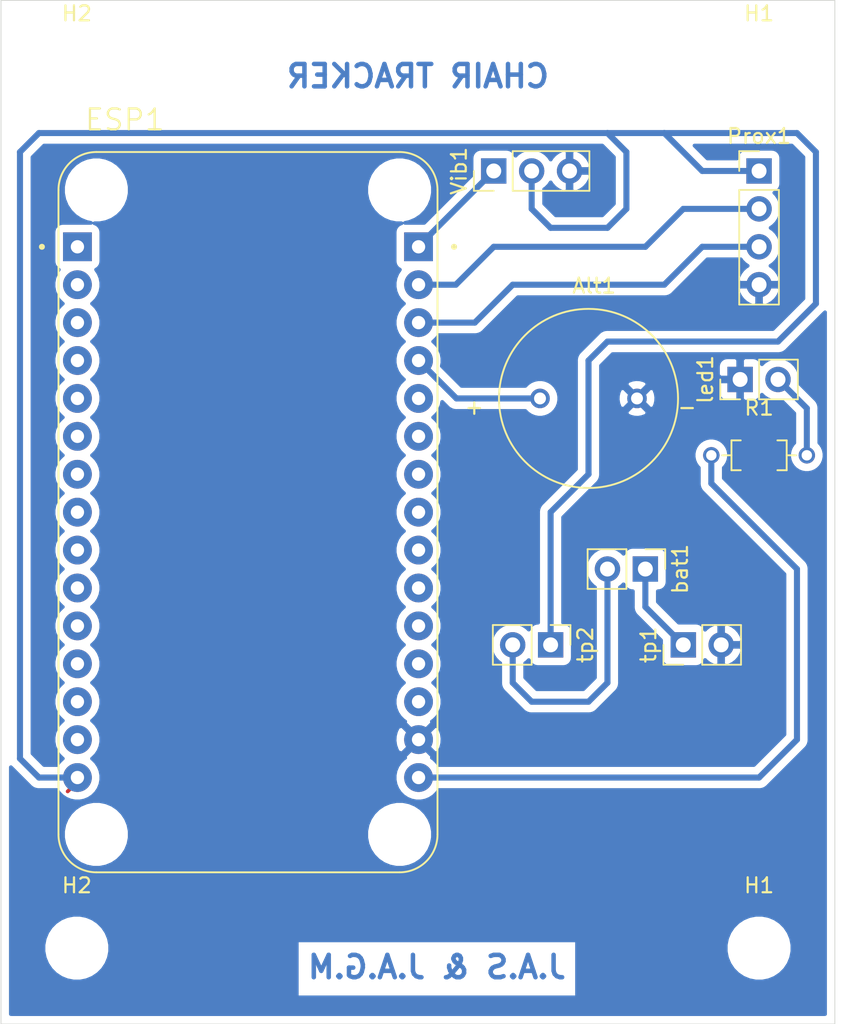
<source format=kicad_pcb>
(kicad_pcb (version 20171130) (host pcbnew "(5.1.12)-1")

  (general
    (thickness 1.6)
    (drawings 6)
    (tracks 53)
    (zones 0)
    (modules 13)
    (nets 11)
  )

  (page A4)
  (layers
    (0 F.Cu signal)
    (31 B.Cu signal)
    (32 B.Adhes user)
    (33 F.Adhes user)
    (34 B.Paste user)
    (35 F.Paste user)
    (36 B.SilkS user)
    (37 F.SilkS user)
    (38 B.Mask user)
    (39 F.Mask user)
    (40 Dwgs.User user)
    (41 Cmts.User user)
    (42 Eco1.User user)
    (43 Eco2.User user)
    (44 Edge.Cuts user)
    (45 Margin user)
    (46 B.CrtYd user)
    (47 F.CrtYd user)
    (48 B.Fab user)
    (49 F.Fab user)
  )

  (setup
    (last_trace_width 0.4064)
    (user_trace_width 0.4064)
    (user_trace_width 1)
    (trace_clearance 0.25)
    (zone_clearance 0.508)
    (zone_45_only no)
    (trace_min 0.25)
    (via_size 0.6)
    (via_drill 0.4)
    (via_min_size 0.4)
    (via_min_drill 0.3)
    (uvia_size 0.3)
    (uvia_drill 0.1)
    (uvias_allowed no)
    (uvia_min_size 0.2)
    (uvia_min_drill 0.1)
    (edge_width 0.05)
    (segment_width 0.2)
    (pcb_text_width 0.3)
    (pcb_text_size 1.5 1.5)
    (mod_edge_width 0.12)
    (mod_text_size 1 1)
    (mod_text_width 0.15)
    (pad_size 1.524 1.524)
    (pad_drill 0.762)
    (pad_to_mask_clearance 0)
    (aux_axis_origin 0 0)
    (visible_elements 7FFFFFFF)
    (pcbplotparams
      (layerselection 0x3ffff_ffffffff)
      (usegerberextensions false)
      (usegerberattributes true)
      (usegerberadvancedattributes true)
      (creategerberjobfile true)
      (excludeedgelayer true)
      (linewidth 0.100000)
      (plotframeref false)
      (viasonmask false)
      (mode 1)
      (useauxorigin false)
      (hpglpennumber 1)
      (hpglpenspeed 20)
      (hpglpendiameter 15.000000)
      (psnegative false)
      (psa4output false)
      (plotreference true)
      (plotvalue true)
      (plotinvisibletext false)
      (padsonsilk false)
      (subtractmaskfromsilk false)
      (outputformat 1)
      (mirror false)
      (drillshape 0)
      (scaleselection 1)
      (outputdirectory "GerbersFabricacion/"))
  )

  (net 0 "")
  (net 1 /VIN)
  (net 2 /VIBRADOR_PIN)
  (net 3 /TRIGGER_PIN)
  (net 4 /ECHO_PIN)
  (net 5 /ALARMA_PIN)
  (net 6 /GND)
  (net 7 /3V3)
  (net 8 /B-)
  (net 9 /B+)
  (net 10 "Net-(R1-Pad2)")

  (net_class Default "This is the default net class."
    (clearance 0.25)
    (trace_width 0.25)
    (via_dia 0.6)
    (via_drill 0.4)
    (uvia_dia 0.3)
    (uvia_drill 0.1)
    (diff_pair_width 0.25)
    (diff_pair_gap 0.25)
    (add_net /3V3)
    (add_net /ALARMA_PIN)
    (add_net /B+)
    (add_net /B-)
    (add_net /ECHO_PIN)
    (add_net /GND)
    (add_net /TRIGGER_PIN)
    (add_net /VIBRADOR_PIN)
    (add_net /VIN)
    (add_net "Net-(R1-Pad2)")
  )

  (module MountingHole:MountingHole_3.2mm_M3 (layer F.Cu) (tedit 56D1B4CB) (tstamp 61B00554)
    (at 167.64 118.11)
    (descr "Mounting Hole 3.2mm, no annular, M3")
    (tags "mounting hole 3.2mm no annular m3")
    (path /61AF9079)
    (attr virtual)
    (fp_text reference H1 (at 0 -4.2) (layer F.SilkS)
      (effects (font (size 1 1) (thickness 0.15)))
    )
    (fp_text value MountingHole (at 0 4.2) (layer F.Fab)
      (effects (font (size 1 1) (thickness 0.15)))
    )
    (fp_circle (center 0 0) (end 3.45 0) (layer F.CrtYd) (width 0.05))
    (fp_circle (center 0 0) (end 3.2 0) (layer Cmts.User) (width 0.15))
    (fp_text user %R (at 0.3 0) (layer F.Fab)
      (effects (font (size 1 1) (thickness 0.15)))
    )
    (pad 1 np_thru_hole circle (at 0 0) (size 3.2 3.2) (drill 3.2) (layers *.Cu *.Mask))
  )

  (module MountingHole:MountingHole_3.2mm_M3 (layer F.Cu) (tedit 56D1B4CB) (tstamp 61B0051D)
    (at 121.92 59.69)
    (descr "Mounting Hole 3.2mm, no annular, M3")
    (tags "mounting hole 3.2mm no annular m3")
    (path /61AF95E9)
    (attr virtual)
    (fp_text reference H2 (at 0 -4.2) (layer F.SilkS)
      (effects (font (size 1 1) (thickness 0.15)))
    )
    (fp_text value MountingHole (at 0 4.2) (layer F.Fab)
      (effects (font (size 1 1) (thickness 0.15)))
    )
    (fp_circle (center 0 0) (end 3.2 0) (layer Cmts.User) (width 0.15))
    (fp_circle (center 0 0) (end 3.45 0) (layer F.CrtYd) (width 0.05))
    (fp_text user %R (at 0.3 0) (layer F.Fab)
      (effects (font (size 1 1) (thickness 0.15)))
    )
    (pad 1 np_thru_hole circle (at 0 0) (size 3.2 3.2) (drill 3.2) (layers *.Cu *.Mask))
  )

  (module Connector_PinHeader_2.54mm:PinHeader_1x02_P2.54mm_Vertical (layer F.Cu) (tedit 59FED5CC) (tstamp 61A81768)
    (at 153.67 97.79 270)
    (descr "Through hole straight pin header, 1x02, 2.54mm pitch, single row")
    (tags "Through hole pin header THT 1x02 2.54mm single row")
    (path /61A75B5C)
    (fp_text reference tp2 (at 0 -2.33 90) (layer F.SilkS)
      (effects (font (size 1 1) (thickness 0.15)))
    )
    (fp_text value Conn_01x02_Male (at 0 4.87 90) (layer F.Fab)
      (effects (font (size 1 1) (thickness 0.15)))
    )
    (fp_line (start -0.635 -1.27) (end 1.27 -1.27) (layer F.Fab) (width 0.1))
    (fp_line (start 1.27 -1.27) (end 1.27 3.81) (layer F.Fab) (width 0.1))
    (fp_line (start 1.27 3.81) (end -1.27 3.81) (layer F.Fab) (width 0.1))
    (fp_line (start -1.27 3.81) (end -1.27 -0.635) (layer F.Fab) (width 0.1))
    (fp_line (start -1.27 -0.635) (end -0.635 -1.27) (layer F.Fab) (width 0.1))
    (fp_line (start -1.33 3.87) (end 1.33 3.87) (layer F.SilkS) (width 0.12))
    (fp_line (start -1.33 1.27) (end -1.33 3.87) (layer F.SilkS) (width 0.12))
    (fp_line (start 1.33 1.27) (end 1.33 3.87) (layer F.SilkS) (width 0.12))
    (fp_line (start -1.33 1.27) (end 1.33 1.27) (layer F.SilkS) (width 0.12))
    (fp_line (start -1.33 0) (end -1.33 -1.33) (layer F.SilkS) (width 0.12))
    (fp_line (start -1.33 -1.33) (end 0 -1.33) (layer F.SilkS) (width 0.12))
    (fp_line (start -1.8 -1.8) (end -1.8 4.35) (layer F.CrtYd) (width 0.05))
    (fp_line (start -1.8 4.35) (end 1.8 4.35) (layer F.CrtYd) (width 0.05))
    (fp_line (start 1.8 4.35) (end 1.8 -1.8) (layer F.CrtYd) (width 0.05))
    (fp_line (start 1.8 -1.8) (end -1.8 -1.8) (layer F.CrtYd) (width 0.05))
    (fp_text user %R (at 0 1.27) (layer F.Fab)
      (effects (font (size 1 1) (thickness 0.15)))
    )
    (pad 1 thru_hole rect (at 0 0 270) (size 1.7 1.7) (drill 1) (layers *.Cu *.Mask)
      (net 1 /VIN))
    (pad 2 thru_hole oval (at 0 2.54 270) (size 1.7 1.7) (drill 1) (layers *.Cu *.Mask)
      (net 9 /B+))
    (model ${KISYS3DMOD}/Connector_PinHeader_2.54mm.3dshapes/PinHeader_1x02_P2.54mm_Vertical.wrl
      (at (xyz 0 0 0))
      (scale (xyz 1 1 1))
      (rotate (xyz 0 0 0))
    )
  )

  (module 113990105:SEEED_113990105 (layer F.Cu) (tedit 61A4E739) (tstamp 61A816F7)
    (at 133.390001 88.9)
    (path /61A4F083)
    (fp_text reference ESP1 (at -8.255 -26.289) (layer F.SilkS)
      (effects (font (size 1.4 1.4) (thickness 0.15)))
    )
    (fp_text value 113990105 (at 0.635 26.289) (layer F.Fab)
      (effects (font (size 1.4 1.4) (thickness 0.15)))
    )
    (fp_line (start -12.7 21.59) (end -12.7 -21.59) (layer F.SilkS) (width 0.127))
    (fp_line (start -10.16 -24.13) (end 10.16 -24.13) (layer F.SilkS) (width 0.127))
    (fp_line (start 12.7 -21.59) (end 12.7 21.59) (layer F.SilkS) (width 0.127))
    (fp_line (start 10.16 24.13) (end -10.16 24.13) (layer F.SilkS) (width 0.127))
    (fp_line (start -12.7 21.59) (end -12.7 -21.59) (layer F.Fab) (width 0.127))
    (fp_line (start -10.16 -24.13) (end 10.16 -24.13) (layer F.Fab) (width 0.127))
    (fp_line (start 12.7 -21.59) (end 12.7 21.59) (layer F.Fab) (width 0.127))
    (fp_line (start 10.16 24.13) (end -10.16 24.13) (layer F.Fab) (width 0.127))
    (fp_line (start 10.16 24.38) (end -10.16 24.38) (layer F.CrtYd) (width 0.05))
    (fp_line (start -12.95 21.59) (end -12.95 -21.59) (layer F.CrtYd) (width 0.05))
    (fp_line (start -10.16 -24.38) (end 10.16 -24.38) (layer F.CrtYd) (width 0.05))
    (fp_line (start 12.95 -21.59) (end 12.95 21.59) (layer F.CrtYd) (width 0.05))
    (fp_circle (center -13.81 -17.78) (end -13.71 -17.78) (layer F.SilkS) (width 0.2))
    (fp_circle (center -13.81 -17.78) (end -13.71 -17.78) (layer F.Fab) (width 0.2))
    (fp_circle (center 13.81 -17.78) (end 13.91 -17.78) (layer F.Fab) (width 0.2))
    (fp_circle (center 13.81 -17.78) (end 13.91 -17.78) (layer F.SilkS) (width 0.2))
    (fp_arc (start -10.16 -21.59) (end -10.16 -24.13) (angle -90) (layer F.SilkS) (width 0.127))
    (fp_arc (start -10.16 21.59) (end -10.16 24.13) (angle 90) (layer F.SilkS) (width 0.127))
    (fp_arc (start 10.16 -21.59) (end 12.7 -21.59) (angle -90) (layer F.SilkS) (width 0.127))
    (fp_arc (start 10.16 21.59) (end 10.16 24.13) (angle -90) (layer F.SilkS) (width 0.127))
    (fp_arc (start -10.16 -21.59) (end -10.16 -24.13) (angle -90) (layer F.Fab) (width 0.127))
    (fp_arc (start -10.16 21.59) (end -10.16 24.13) (angle 90) (layer F.Fab) (width 0.127))
    (fp_arc (start 10.16 -21.59) (end 12.7 -21.59) (angle -90) (layer F.Fab) (width 0.127))
    (fp_arc (start 10.16 21.59) (end 10.16 24.13) (angle -90) (layer F.Fab) (width 0.127))
    (fp_arc (start -10.16 21.59) (end -12.95 21.59) (angle -90) (layer F.CrtYd) (width 0.05))
    (fp_arc (start -10.16 -21.59) (end -10.16 -24.38) (angle -90) (layer F.CrtYd) (width 0.05))
    (fp_arc (start 10.16 -21.59) (end 12.95 -21.59) (angle -90) (layer F.CrtYd) (width 0.05))
    (fp_arc (start 10.16 21.59) (end 10.16 24.38) (angle -90) (layer F.CrtYd) (width 0.05))
    (pad J1_1 thru_hole rect (at -11.43 -17.78) (size 1.93 1.93) (drill 0.889) (layers *.Cu *.Mask))
    (pad J1_2 thru_hole circle (at -11.43 -15.24) (size 1.93 1.93) (drill 0.889) (layers *.Cu *.Mask))
    (pad J1_3 thru_hole circle (at -11.43 -12.7) (size 1.93 1.93) (drill 0.889) (layers *.Cu *.Mask))
    (pad J1_4 thru_hole circle (at -11.43 -10.16) (size 1.93 1.93) (drill 0.889) (layers *.Cu *.Mask))
    (pad J1_5 thru_hole circle (at -11.43 -7.62) (size 1.93 1.93) (drill 0.889) (layers *.Cu *.Mask))
    (pad J1_6 thru_hole circle (at -11.43 -5.08) (size 1.93 1.93) (drill 0.889) (layers *.Cu *.Mask))
    (pad J1_7 thru_hole circle (at -11.43 -2.54) (size 1.93 1.93) (drill 0.889) (layers *.Cu *.Mask))
    (pad J1_8 thru_hole circle (at -11.43 0) (size 1.93 1.93) (drill 0.889) (layers *.Cu *.Mask))
    (pad J1_9 thru_hole circle (at -11.43 2.54) (size 1.93 1.93) (drill 0.889) (layers *.Cu *.Mask))
    (pad J1_10 thru_hole circle (at -11.43 5.08) (size 1.93 1.93) (drill 0.889) (layers *.Cu *.Mask))
    (pad J1_11 thru_hole circle (at -11.43 7.62) (size 1.93 1.93) (drill 0.889) (layers *.Cu *.Mask))
    (pad J1_12 thru_hole circle (at -11.43 10.16) (size 1.93 1.93) (drill 0.889) (layers *.Cu *.Mask))
    (pad J1_13 thru_hole circle (at -11.43 12.7) (size 1.93 1.93) (drill 0.889) (layers *.Cu *.Mask))
    (pad J1_14 thru_hole circle (at -11.43 15.24) (size 1.93 1.93) (drill 0.889) (layers *.Cu *.Mask))
    (pad J1_15 thru_hole circle (at -11.43 17.78) (size 1.93 1.93) (drill 0.889) (layers *.Cu *.Mask)
      (net 1 /VIN))
    (pad J2_1 thru_hole rect (at 11.43 -17.78) (size 1.93 1.93) (drill 0.889) (layers *.Cu *.Mask)
      (net 2 /VIBRADOR_PIN))
    (pad J2_2 thru_hole circle (at 11.43 -15.24) (size 1.93 1.93) (drill 0.889) (layers *.Cu *.Mask)
      (net 3 /TRIGGER_PIN))
    (pad J2_3 thru_hole circle (at 11.43 -12.7) (size 1.93 1.93) (drill 0.889) (layers *.Cu *.Mask)
      (net 4 /ECHO_PIN))
    (pad J2_4 thru_hole circle (at 11.43 -10.16) (size 1.93 1.93) (drill 0.889) (layers *.Cu *.Mask)
      (net 5 /ALARMA_PIN))
    (pad J2_5 thru_hole circle (at 11.43 -7.62) (size 1.93 1.93) (drill 0.889) (layers *.Cu *.Mask))
    (pad J2_6 thru_hole circle (at 11.43 -5.08) (size 1.93 1.93) (drill 0.889) (layers *.Cu *.Mask))
    (pad J2_7 thru_hole circle (at 11.43 -2.54) (size 1.93 1.93) (drill 0.889) (layers *.Cu *.Mask))
    (pad J2_8 thru_hole circle (at 11.43 0) (size 1.93 1.93) (drill 0.889) (layers *.Cu *.Mask))
    (pad J2_9 thru_hole circle (at 11.43 2.54) (size 1.93 1.93) (drill 0.889) (layers *.Cu *.Mask))
    (pad J2_10 thru_hole circle (at 11.43 5.08) (size 1.93 1.93) (drill 0.889) (layers *.Cu *.Mask))
    (pad J2_11 thru_hole circle (at 11.43 7.62) (size 1.93 1.93) (drill 0.889) (layers *.Cu *.Mask))
    (pad J2_12 thru_hole circle (at 11.43 10.16) (size 1.93 1.93) (drill 0.889) (layers *.Cu *.Mask))
    (pad J2_13 thru_hole circle (at 11.43 12.7) (size 1.93 1.93) (drill 0.889) (layers *.Cu *.Mask))
    (pad J2_14 thru_hole circle (at 11.43 15.24) (size 1.93 1.93) (drill 0.889) (layers *.Cu *.Mask)
      (net 6 /GND))
    (pad J2_15 thru_hole circle (at 11.43 17.78) (size 1.93 1.93) (drill 0.889) (layers *.Cu *.Mask)
      (net 7 /3V3))
    (pad None np_thru_hole circle (at -10.16 -21.59) (size 3.2 3.2) (drill 3.2) (layers *.Cu *.Mask))
    (pad None np_thru_hole circle (at 10.16 -21.59) (size 3.2 3.2) (drill 3.2) (layers *.Cu *.Mask))
    (pad None np_thru_hole circle (at 10.16 21.59) (size 3.2 3.2) (drill 3.2) (layers *.Cu *.Mask))
    (pad None np_thru_hole circle (at -10.16 21.59) (size 3.2 3.2) (drill 3.2) (layers *.Cu *.Mask))
  )

  (module Connector_PinHeader_2.54mm:PinHeader_1x04_P2.54mm_Vertical (layer F.Cu) (tedit 59FED5CC) (tstamp 61A8170F)
    (at 167.64 66.04)
    (descr "Through hole straight pin header, 1x04, 2.54mm pitch, single row")
    (tags "Through hole pin header THT 1x04 2.54mm single row")
    (path /61A6D2BF)
    (fp_text reference Prox1 (at 0 -2.33) (layer F.SilkS)
      (effects (font (size 1 1) (thickness 0.15)))
    )
    (fp_text value Conn_01x04_Male (at 0 9.95) (layer F.Fab)
      (effects (font (size 1 1) (thickness 0.15)))
    )
    (fp_line (start -0.635 -1.27) (end 1.27 -1.27) (layer F.Fab) (width 0.1))
    (fp_line (start 1.27 -1.27) (end 1.27 8.89) (layer F.Fab) (width 0.1))
    (fp_line (start 1.27 8.89) (end -1.27 8.89) (layer F.Fab) (width 0.1))
    (fp_line (start -1.27 8.89) (end -1.27 -0.635) (layer F.Fab) (width 0.1))
    (fp_line (start -1.27 -0.635) (end -0.635 -1.27) (layer F.Fab) (width 0.1))
    (fp_line (start -1.33 8.95) (end 1.33 8.95) (layer F.SilkS) (width 0.12))
    (fp_line (start -1.33 1.27) (end -1.33 8.95) (layer F.SilkS) (width 0.12))
    (fp_line (start 1.33 1.27) (end 1.33 8.95) (layer F.SilkS) (width 0.12))
    (fp_line (start -1.33 1.27) (end 1.33 1.27) (layer F.SilkS) (width 0.12))
    (fp_line (start -1.33 0) (end -1.33 -1.33) (layer F.SilkS) (width 0.12))
    (fp_line (start -1.33 -1.33) (end 0 -1.33) (layer F.SilkS) (width 0.12))
    (fp_line (start -1.8 -1.8) (end -1.8 9.4) (layer F.CrtYd) (width 0.05))
    (fp_line (start -1.8 9.4) (end 1.8 9.4) (layer F.CrtYd) (width 0.05))
    (fp_line (start 1.8 9.4) (end 1.8 -1.8) (layer F.CrtYd) (width 0.05))
    (fp_line (start 1.8 -1.8) (end -1.8 -1.8) (layer F.CrtYd) (width 0.05))
    (fp_text user %R (at 0 3.81 90) (layer F.Fab)
      (effects (font (size 1 1) (thickness 0.15)))
    )
    (pad 1 thru_hole rect (at 0 0) (size 1.7 1.7) (drill 1) (layers *.Cu *.Mask)
      (net 1 /VIN))
    (pad 2 thru_hole oval (at 0 2.54) (size 1.7 1.7) (drill 1) (layers *.Cu *.Mask)
      (net 3 /TRIGGER_PIN))
    (pad 3 thru_hole oval (at 0 5.08) (size 1.7 1.7) (drill 1) (layers *.Cu *.Mask)
      (net 4 /ECHO_PIN))
    (pad 4 thru_hole oval (at 0 7.62) (size 1.7 1.7) (drill 1) (layers *.Cu *.Mask)
      (net 6 /GND))
    (model ${KISYS3DMOD}/Connector_PinHeader_2.54mm.3dshapes/PinHeader_1x04_P2.54mm_Vertical.wrl
      (at (xyz 0 0 0))
      (scale (xyz 1 1 1))
      (rotate (xyz 0 0 0))
    )
  )

  (module Connector_PinHeader_2.54mm:PinHeader_1x03_P2.54mm_Vertical (layer F.Cu) (tedit 59FED5CC) (tstamp 61A81726)
    (at 149.86 66.04 90)
    (descr "Through hole straight pin header, 1x03, 2.54mm pitch, single row")
    (tags "Through hole pin header THT 1x03 2.54mm single row")
    (path /61A893F4)
    (fp_text reference Vib1 (at 0 -2.33 90) (layer F.SilkS)
      (effects (font (size 1 1) (thickness 0.15)))
    )
    (fp_text value Conn_01x03_Male (at 0 7.41 90) (layer F.Fab)
      (effects (font (size 1 1) (thickness 0.15)))
    )
    (fp_line (start -0.635 -1.27) (end 1.27 -1.27) (layer F.Fab) (width 0.1))
    (fp_line (start 1.27 -1.27) (end 1.27 6.35) (layer F.Fab) (width 0.1))
    (fp_line (start 1.27 6.35) (end -1.27 6.35) (layer F.Fab) (width 0.1))
    (fp_line (start -1.27 6.35) (end -1.27 -0.635) (layer F.Fab) (width 0.1))
    (fp_line (start -1.27 -0.635) (end -0.635 -1.27) (layer F.Fab) (width 0.1))
    (fp_line (start -1.33 6.41) (end 1.33 6.41) (layer F.SilkS) (width 0.12))
    (fp_line (start -1.33 1.27) (end -1.33 6.41) (layer F.SilkS) (width 0.12))
    (fp_line (start 1.33 1.27) (end 1.33 6.41) (layer F.SilkS) (width 0.12))
    (fp_line (start -1.33 1.27) (end 1.33 1.27) (layer F.SilkS) (width 0.12))
    (fp_line (start -1.33 0) (end -1.33 -1.33) (layer F.SilkS) (width 0.12))
    (fp_line (start -1.33 -1.33) (end 0 -1.33) (layer F.SilkS) (width 0.12))
    (fp_line (start -1.8 -1.8) (end -1.8 6.85) (layer F.CrtYd) (width 0.05))
    (fp_line (start -1.8 6.85) (end 1.8 6.85) (layer F.CrtYd) (width 0.05))
    (fp_line (start 1.8 6.85) (end 1.8 -1.8) (layer F.CrtYd) (width 0.05))
    (fp_line (start 1.8 -1.8) (end -1.8 -1.8) (layer F.CrtYd) (width 0.05))
    (fp_text user %R (at 0 2.54) (layer F.Fab)
      (effects (font (size 1 1) (thickness 0.15)))
    )
    (pad 1 thru_hole rect (at 0 0 90) (size 1.7 1.7) (drill 1) (layers *.Cu *.Mask)
      (net 2 /VIBRADOR_PIN))
    (pad 2 thru_hole oval (at 0 2.54 90) (size 1.7 1.7) (drill 1) (layers *.Cu *.Mask)
      (net 1 /VIN))
    (pad 3 thru_hole oval (at 0 5.08 90) (size 1.7 1.7) (drill 1) (layers *.Cu *.Mask)
      (net 6 /GND))
    (model ${KISYS3DMOD}/Connector_PinHeader_2.54mm.3dshapes/PinHeader_1x03_P2.54mm_Vertical.wrl
      (at (xyz 0 0 0))
      (scale (xyz 1 1 1))
      (rotate (xyz 0 0 0))
    )
  )

  (module Connector_PinHeader_2.54mm:PinHeader_1x02_P2.54mm_Vertical (layer F.Cu) (tedit 59FED5CC) (tstamp 61A8173C)
    (at 160.02 92.71 270)
    (descr "Through hole straight pin header, 1x02, 2.54mm pitch, single row")
    (tags "Through hole pin header THT 1x02 2.54mm single row")
    (path /61A7EFD7)
    (fp_text reference bat1 (at 0 -2.33 90) (layer F.SilkS)
      (effects (font (size 1 1) (thickness 0.15)))
    )
    (fp_text value Conn_01x02_Male (at 0 4.87 90) (layer F.Fab)
      (effects (font (size 1 1) (thickness 0.15)))
    )
    (fp_line (start -0.635 -1.27) (end 1.27 -1.27) (layer F.Fab) (width 0.1))
    (fp_line (start 1.27 -1.27) (end 1.27 3.81) (layer F.Fab) (width 0.1))
    (fp_line (start 1.27 3.81) (end -1.27 3.81) (layer F.Fab) (width 0.1))
    (fp_line (start -1.27 3.81) (end -1.27 -0.635) (layer F.Fab) (width 0.1))
    (fp_line (start -1.27 -0.635) (end -0.635 -1.27) (layer F.Fab) (width 0.1))
    (fp_line (start -1.33 3.87) (end 1.33 3.87) (layer F.SilkS) (width 0.12))
    (fp_line (start -1.33 1.27) (end -1.33 3.87) (layer F.SilkS) (width 0.12))
    (fp_line (start 1.33 1.27) (end 1.33 3.87) (layer F.SilkS) (width 0.12))
    (fp_line (start -1.33 1.27) (end 1.33 1.27) (layer F.SilkS) (width 0.12))
    (fp_line (start -1.33 0) (end -1.33 -1.33) (layer F.SilkS) (width 0.12))
    (fp_line (start -1.33 -1.33) (end 0 -1.33) (layer F.SilkS) (width 0.12))
    (fp_line (start -1.8 -1.8) (end -1.8 4.35) (layer F.CrtYd) (width 0.05))
    (fp_line (start -1.8 4.35) (end 1.8 4.35) (layer F.CrtYd) (width 0.05))
    (fp_line (start 1.8 4.35) (end 1.8 -1.8) (layer F.CrtYd) (width 0.05))
    (fp_line (start 1.8 -1.8) (end -1.8 -1.8) (layer F.CrtYd) (width 0.05))
    (fp_text user %R (at 0 1.27) (layer F.Fab)
      (effects (font (size 1 1) (thickness 0.15)))
    )
    (pad 1 thru_hole rect (at 0 0 270) (size 1.7 1.7) (drill 1) (layers *.Cu *.Mask)
      (net 8 /B-))
    (pad 2 thru_hole oval (at 0 2.54 270) (size 1.7 1.7) (drill 1) (layers *.Cu *.Mask)
      (net 9 /B+))
    (model ${KISYS3DMOD}/Connector_PinHeader_2.54mm.3dshapes/PinHeader_1x02_P2.54mm_Vertical.wrl
      (at (xyz 0 0 0))
      (scale (xyz 1 1 1))
      (rotate (xyz 0 0 0))
    )
  )

  (module Connector_PinHeader_2.54mm:PinHeader_1x02_P2.54mm_Vertical (layer F.Cu) (tedit 59FED5CC) (tstamp 61A81752)
    (at 162.56 97.79 90)
    (descr "Through hole straight pin header, 1x02, 2.54mm pitch, single row")
    (tags "Through hole pin header THT 1x02 2.54mm single row")
    (path /61A7C3D4)
    (fp_text reference tp1 (at 0 -2.33 90) (layer F.SilkS)
      (effects (font (size 1 1) (thickness 0.15)))
    )
    (fp_text value Conn_01x02_Male (at 0 4.87 90) (layer F.Fab)
      (effects (font (size 1 1) (thickness 0.15)))
    )
    (fp_line (start 1.8 -1.8) (end -1.8 -1.8) (layer F.CrtYd) (width 0.05))
    (fp_line (start 1.8 4.35) (end 1.8 -1.8) (layer F.CrtYd) (width 0.05))
    (fp_line (start -1.8 4.35) (end 1.8 4.35) (layer F.CrtYd) (width 0.05))
    (fp_line (start -1.8 -1.8) (end -1.8 4.35) (layer F.CrtYd) (width 0.05))
    (fp_line (start -1.33 -1.33) (end 0 -1.33) (layer F.SilkS) (width 0.12))
    (fp_line (start -1.33 0) (end -1.33 -1.33) (layer F.SilkS) (width 0.12))
    (fp_line (start -1.33 1.27) (end 1.33 1.27) (layer F.SilkS) (width 0.12))
    (fp_line (start 1.33 1.27) (end 1.33 3.87) (layer F.SilkS) (width 0.12))
    (fp_line (start -1.33 1.27) (end -1.33 3.87) (layer F.SilkS) (width 0.12))
    (fp_line (start -1.33 3.87) (end 1.33 3.87) (layer F.SilkS) (width 0.12))
    (fp_line (start -1.27 -0.635) (end -0.635 -1.27) (layer F.Fab) (width 0.1))
    (fp_line (start -1.27 3.81) (end -1.27 -0.635) (layer F.Fab) (width 0.1))
    (fp_line (start 1.27 3.81) (end -1.27 3.81) (layer F.Fab) (width 0.1))
    (fp_line (start 1.27 -1.27) (end 1.27 3.81) (layer F.Fab) (width 0.1))
    (fp_line (start -0.635 -1.27) (end 1.27 -1.27) (layer F.Fab) (width 0.1))
    (fp_text user %R (at 0 1.27) (layer F.Fab)
      (effects (font (size 1 1) (thickness 0.15)))
    )
    (pad 2 thru_hole oval (at 0 2.54 90) (size 1.7 1.7) (drill 1) (layers *.Cu *.Mask)
      (net 6 /GND))
    (pad 1 thru_hole rect (at 0 0 90) (size 1.7 1.7) (drill 1) (layers *.Cu *.Mask)
      (net 8 /B-))
    (model ${KISYS3DMOD}/Connector_PinHeader_2.54mm.3dshapes/PinHeader_1x02_P2.54mm_Vertical.wrl
      (at (xyz 0 0 0))
      (scale (xyz 1 1 1))
      (rotate (xyz 0 0 0))
    )
  )

  (module Connector_PinHeader_2.54mm:PinHeader_1x02_P2.54mm_Vertical (layer F.Cu) (tedit 59FED5CC) (tstamp 61A8177E)
    (at 166.37 80.01 90)
    (descr "Through hole straight pin header, 1x02, 2.54mm pitch, single row")
    (tags "Through hole pin header THT 1x02 2.54mm single row")
    (path /61A8145C)
    (fp_text reference led1 (at 0 -2.33 90) (layer F.SilkS)
      (effects (font (size 1 1) (thickness 0.15)))
    )
    (fp_text value Conn_01x02_Male (at 0 4.87 90) (layer F.Fab)
      (effects (font (size 1 1) (thickness 0.15)))
    )
    (fp_line (start 1.8 -1.8) (end -1.8 -1.8) (layer F.CrtYd) (width 0.05))
    (fp_line (start 1.8 4.35) (end 1.8 -1.8) (layer F.CrtYd) (width 0.05))
    (fp_line (start -1.8 4.35) (end 1.8 4.35) (layer F.CrtYd) (width 0.05))
    (fp_line (start -1.8 -1.8) (end -1.8 4.35) (layer F.CrtYd) (width 0.05))
    (fp_line (start -1.33 -1.33) (end 0 -1.33) (layer F.SilkS) (width 0.12))
    (fp_line (start -1.33 0) (end -1.33 -1.33) (layer F.SilkS) (width 0.12))
    (fp_line (start -1.33 1.27) (end 1.33 1.27) (layer F.SilkS) (width 0.12))
    (fp_line (start 1.33 1.27) (end 1.33 3.87) (layer F.SilkS) (width 0.12))
    (fp_line (start -1.33 1.27) (end -1.33 3.87) (layer F.SilkS) (width 0.12))
    (fp_line (start -1.33 3.87) (end 1.33 3.87) (layer F.SilkS) (width 0.12))
    (fp_line (start -1.27 -0.635) (end -0.635 -1.27) (layer F.Fab) (width 0.1))
    (fp_line (start -1.27 3.81) (end -1.27 -0.635) (layer F.Fab) (width 0.1))
    (fp_line (start 1.27 3.81) (end -1.27 3.81) (layer F.Fab) (width 0.1))
    (fp_line (start 1.27 -1.27) (end 1.27 3.81) (layer F.Fab) (width 0.1))
    (fp_line (start -0.635 -1.27) (end 1.27 -1.27) (layer F.Fab) (width 0.1))
    (fp_text user %R (at 0 1.27) (layer F.Fab)
      (effects (font (size 1 1) (thickness 0.15)))
    )
    (pad 2 thru_hole oval (at 0 2.54 90) (size 1.7 1.7) (drill 1) (layers *.Cu *.Mask)
      (net 10 "Net-(R1-Pad2)"))
    (pad 1 thru_hole rect (at 0 0 90) (size 1.7 1.7) (drill 1) (layers *.Cu *.Mask)
      (net 6 /GND))
    (model ${KISYS3DMOD}/Connector_PinHeader_2.54mm.3dshapes/PinHeader_1x02_P2.54mm_Vertical.wrl
      (at (xyz 0 0 0))
      (scale (xyz 1 1 1))
      (rotate (xyz 0 0 0))
    )
  )

  (module "CEM-1203_42_:CUI_CEM-1203(42)" (layer F.Cu) (tedit 61A4FD72) (tstamp 61A81789)
    (at 156.21 81.28)
    (path /61A63BAD)
    (fp_text reference Alt1 (at 0.375515 -7.545125) (layer F.SilkS)
      (effects (font (size 1.001346 1.001346) (thickness 0.15)))
    )
    (fp_text value "CEM-1203(42)" (at 6.88286 7.289165) (layer F.Fab)
      (effects (font (size 1.003331 1.003331) (thickness 0.15)))
    )
    (fp_circle (center 0 0) (end 6 0) (layer F.SilkS) (width 0.127))
    (fp_circle (center 0 0) (end 6 0) (layer F.Fab) (width 0.127))
    (fp_circle (center 0 0) (end 6.25 0) (layer F.CrtYd) (width 0.05))
    (fp_text user + (at -7.65527 0.571142) (layer F.SilkS)
      (effects (font (size 1.002 1.002) (thickness 0.15)))
    )
    (fp_text user - (at 6.60768 0.570897) (layer F.SilkS)
      (effects (font (size 1.001567 1.001567) (thickness 0.15)))
    )
    (pad P thru_hole circle (at -3.25 0) (size 1.308 1.308) (drill 0.8) (layers *.Cu *.Mask)
      (net 5 /ALARMA_PIN))
    (pad N thru_hole circle (at 3.25 0) (size 1.308 1.308) (drill 0.8) (layers *.Cu *.Mask)
      (net 6 /GND))
  )

  (module 1614977-1:RESAD640W45L370D200 (layer F.Cu) (tedit 61A64E16) (tstamp 61A817AD)
    (at 167.64 85.09)
    (path /61A856A3)
    (fp_text reference R1 (at 0 -3.18225) (layer F.SilkS)
      (effects (font (size 1.002283 1.002283) (thickness 0.15)))
    )
    (fp_text value 1614977-1 (at 0 3.179295) (layer F.Fab)
      (effects (font (size 1.001346 1.001346) (thickness 0.15)))
    )
    (fp_line (start -2.1 0.8) (end -4 0.8) (layer F.CrtYd) (width 0.05))
    (fp_line (start -4 0.8) (end -4 -0.8) (layer F.CrtYd) (width 0.05))
    (fp_line (start -4 -0.8) (end -2.1 -0.8) (layer F.CrtYd) (width 0.05))
    (fp_line (start -2.1 -0.8) (end -2.1 -1.25) (layer F.CrtYd) (width 0.05))
    (fp_line (start -2.1 -1.25) (end 2.1 -1.25) (layer F.CrtYd) (width 0.05))
    (fp_line (start 2.1 -1.25) (end 2.1 -0.8) (layer F.CrtYd) (width 0.05))
    (fp_line (start 2.1 -0.8) (end 4 -0.8) (layer F.CrtYd) (width 0.05))
    (fp_line (start 4 -0.8) (end 4 0.8) (layer F.CrtYd) (width 0.05))
    (fp_line (start 4 0.8) (end 2.1 0.8) (layer F.CrtYd) (width 0.05))
    (fp_line (start 2.1 0.8) (end 2.1 1.25) (layer F.CrtYd) (width 0.05))
    (fp_line (start 2.1 1.25) (end -2.1 1.25) (layer F.CrtYd) (width 0.05))
    (fp_line (start -2.1 1.25) (end -2.1 0.8) (layer F.CrtYd) (width 0.05))
    (fp_line (start -2.47 0) (end -1.85 0) (layer F.SilkS) (width 0.127))
    (fp_line (start -1.85 0) (end -1.85 -1) (layer F.SilkS) (width 0.127))
    (fp_line (start -1.85 -1) (end -1.23 -1) (layer F.SilkS) (width 0.127))
    (fp_line (start -1.85 0) (end -1.85 1) (layer F.SilkS) (width 0.127))
    (fp_line (start -1.85 1) (end -1.23 1) (layer F.SilkS) (width 0.127))
    (fp_line (start 2.47 0) (end 1.85 0) (layer F.SilkS) (width 0.127))
    (fp_line (start 1.85 0) (end 1.85 -1) (layer F.SilkS) (width 0.127))
    (fp_line (start 1.85 -1) (end 1.23 -1) (layer F.SilkS) (width 0.127))
    (fp_line (start 1.85 0) (end 1.85 1) (layer F.SilkS) (width 0.127))
    (fp_line (start 1.85 1) (end 1.23 1) (layer F.SilkS) (width 0.127))
    (fp_line (start -2.47 0) (end -1.85 0) (layer F.Fab) (width 0.127))
    (fp_line (start -1.85 0) (end -1.85 -1) (layer F.Fab) (width 0.127))
    (fp_line (start -1.85 -1) (end 1.85 -1) (layer F.Fab) (width 0.127))
    (fp_line (start -1.85 0) (end -1.85 1) (layer F.Fab) (width 0.127))
    (fp_line (start -1.85 1) (end 1.85 1) (layer F.Fab) (width 0.127))
    (fp_line (start 2.47 0) (end 1.85 0) (layer F.Fab) (width 0.127))
    (fp_line (start 1.85 0) (end 1.85 -1) (layer F.Fab) (width 0.127))
    (fp_line (start 1.85 0) (end 1.85 1) (layer F.Fab) (width 0.127))
    (pad 1 thru_hole circle (at -3.2 0) (size 1.1 1.1) (drill 0.7) (layers *.Cu *.Mask)
      (net 7 /3V3))
    (pad 2 thru_hole circle (at 3.2 0) (size 1.1 1.1) (drill 0.7) (layers *.Cu *.Mask)
      (net 10 "Net-(R1-Pad2)"))
  )

  (module MountingHole:MountingHole_3.2mm_M3 (layer F.Cu) (tedit 56D1B4CB) (tstamp 61B003E2)
    (at 167.64 59.69)
    (descr "Mounting Hole 3.2mm, no annular, M3")
    (tags "mounting hole 3.2mm no annular m3")
    (path /61AF9079)
    (attr virtual)
    (fp_text reference H1 (at 0 -4.2) (layer F.SilkS)
      (effects (font (size 1 1) (thickness 0.15)))
    )
    (fp_text value MountingHole (at 0 4.2) (layer F.Fab)
      (effects (font (size 1 1) (thickness 0.15)))
    )
    (fp_circle (center 0 0) (end 3.2 0) (layer Cmts.User) (width 0.15))
    (fp_circle (center 0 0) (end 3.45 0) (layer F.CrtYd) (width 0.05))
    (fp_text user %R (at 0.3 0) (layer F.Fab)
      (effects (font (size 1 1) (thickness 0.15)))
    )
    (pad 1 np_thru_hole circle (at 0 0) (size 3.2 3.2) (drill 3.2) (layers *.Cu *.Mask))
  )

  (module MountingHole:MountingHole_3.2mm_M3 (layer F.Cu) (tedit 56D1B4CB) (tstamp 61B003EA)
    (at 121.92 118.11)
    (descr "Mounting Hole 3.2mm, no annular, M3")
    (tags "mounting hole 3.2mm no annular m3")
    (path /61AF95E9)
    (attr virtual)
    (fp_text reference H2 (at 0 -4.2) (layer F.SilkS)
      (effects (font (size 1 1) (thickness 0.15)))
    )
    (fp_text value MountingHole (at 0 4.2) (layer F.Fab)
      (effects (font (size 1 1) (thickness 0.15)))
    )
    (fp_circle (center 0 0) (end 3.45 0) (layer F.CrtYd) (width 0.05))
    (fp_circle (center 0 0) (end 3.2 0) (layer Cmts.User) (width 0.15))
    (fp_text user %R (at 0.3 0) (layer F.Fab)
      (effects (font (size 1 1) (thickness 0.15)))
    )
    (pad 1 np_thru_hole circle (at 0 0) (size 3.2 3.2) (drill 3.2) (layers *.Cu *.Mask))
  )

  (gr_text "J.A.S & J.A.G.M" (at 146.05 119.38) (layer B.Cu)
    (effects (font (size 1.5 1.5) (thickness 0.3)) (justify mirror))
  )
  (gr_line (start 116.84 123.19) (end 116.84 54.61) (layer Edge.Cuts) (width 0.05))
  (gr_line (start 172.72 123.19) (end 116.84 123.19) (layer Edge.Cuts) (width 0.05))
  (gr_line (start 172.72 54.61) (end 172.72 123.19) (layer Edge.Cuts) (width 0.05))
  (gr_line (start 116.84 54.61) (end 172.72 54.61) (layer Edge.Cuts) (width 0.05))
  (gr_text "CHAIR TRACKER" (at 144.78 59.69) (layer B.Cu)
    (effects (font (size 1.5 1.5) (thickness 0.3)) (justify mirror))
  )

  (segment (start 121.305 107.610002) (end 121.960001 106.955001) (width 0.25) (layer F.Cu) (net 1))
  (segment (start 156.21 78.74) (end 156.21 86.36) (width 0.4064) (layer B.Cu) (net 1))
  (segment (start 157.48 77.47) (end 156.21 78.74) (width 0.4064) (layer B.Cu) (net 1))
  (segment (start 168.91 77.47) (end 157.48 77.47) (width 0.4064) (layer B.Cu) (net 1))
  (segment (start 171.45 74.93) (end 168.91 77.47) (width 0.4064) (layer B.Cu) (net 1))
  (segment (start 171.45 64.77) (end 171.45 74.93) (width 0.4064) (layer B.Cu) (net 1))
  (segment (start 156.21 86.36) (end 153.67 88.9) (width 0.4064) (layer B.Cu) (net 1))
  (segment (start 170.18 63.5) (end 171.45 64.77) (width 0.4064) (layer B.Cu) (net 1))
  (segment (start 118.11 64.77) (end 119.38 63.5) (width 0.4064) (layer B.Cu) (net 1))
  (segment (start 153.67 88.9) (end 153.67 97.79) (width 0.4064) (layer B.Cu) (net 1))
  (segment (start 118.11 105.41) (end 118.11 64.77) (width 0.4064) (layer B.Cu) (net 1))
  (segment (start 119.38 106.68) (end 118.11 105.41) (width 0.4064) (layer B.Cu) (net 1))
  (segment (start 121.960001 106.68) (end 119.38 106.68) (width 0.4064) (layer B.Cu) (net 1))
  (segment (start 157.48 63.5) (end 158.75 64.77) (width 0.4064) (layer B.Cu) (net 1))
  (segment (start 119.38 63.5) (end 157.48 63.5) (width 0.4064) (layer B.Cu) (net 1))
  (segment (start 158.75 64.77) (end 158.75 68.58) (width 0.4064) (layer B.Cu) (net 1))
  (segment (start 158.75 68.58) (end 157.48 69.85) (width 0.4064) (layer B.Cu) (net 1))
  (segment (start 157.48 69.85) (end 153.67 69.85) (width 0.4064) (layer B.Cu) (net 1))
  (segment (start 153.67 69.85) (end 152.4 68.58) (width 0.4064) (layer B.Cu) (net 1))
  (segment (start 152.4 68.58) (end 152.4 66.04) (width 0.4064) (layer B.Cu) (net 1))
  (segment (start 157.48 63.5) (end 161.29 63.5) (width 0.4064) (layer B.Cu) (net 1))
  (segment (start 161.29 63.5) (end 170.18 63.5) (width 0.4064) (layer B.Cu) (net 1))
  (segment (start 163.83 66.04) (end 167.64 66.04) (width 0.4064) (layer B.Cu) (net 1))
  (segment (start 161.29 63.5) (end 163.83 66.04) (width 0.4064) (layer B.Cu) (net 1))
  (segment (start 144.820001 71.079999) (end 149.86 66.04) (width 0.4064) (layer B.Cu) (net 2))
  (segment (start 144.820001 71.12) (end 144.820001 71.079999) (width 0.4064) (layer B.Cu) (net 2))
  (segment (start 144.820001 73.66) (end 147.32 73.66) (width 0.4064) (layer B.Cu) (net 3))
  (segment (start 147.32 73.66) (end 149.86 71.12) (width 0.4064) (layer B.Cu) (net 3))
  (segment (start 149.86 71.12) (end 160.02 71.12) (width 0.4064) (layer B.Cu) (net 3))
  (segment (start 162.56 68.58) (end 167.64 68.58) (width 0.4064) (layer B.Cu) (net 3))
  (segment (start 160.02 71.12) (end 162.56 68.58) (width 0.4064) (layer B.Cu) (net 3))
  (segment (start 163.83 71.12) (end 167.64 71.12) (width 0.4064) (layer B.Cu) (net 4))
  (segment (start 161.29 73.66) (end 163.83 71.12) (width 0.4064) (layer B.Cu) (net 4))
  (segment (start 151.13 73.66) (end 161.29 73.66) (width 0.4064) (layer B.Cu) (net 4))
  (segment (start 148.59 76.2) (end 151.13 73.66) (width 0.4064) (layer B.Cu) (net 4))
  (segment (start 144.820001 76.2) (end 148.59 76.2) (width 0.4064) (layer B.Cu) (net 4))
  (segment (start 147.360001 81.28) (end 144.820001 78.74) (width 0.4064) (layer B.Cu) (net 5))
  (segment (start 152.96 81.28) (end 147.360001 81.28) (width 0.4064) (layer B.Cu) (net 5))
  (segment (start 167.64 106.68) (end 144.820001 106.68) (width 0.4064) (layer B.Cu) (net 7))
  (segment (start 170.18 104.14) (end 167.64 106.68) (width 0.4064) (layer B.Cu) (net 7))
  (segment (start 170.18 92.71) (end 170.18 104.14) (width 0.4064) (layer B.Cu) (net 7))
  (segment (start 164.44 86.97) (end 170.18 92.71) (width 0.4064) (layer B.Cu) (net 7))
  (segment (start 164.44 85.09) (end 164.44 86.97) (width 0.4064) (layer B.Cu) (net 7))
  (segment (start 160.02 95.25) (end 162.56 97.79) (width 0.4064) (layer B.Cu) (net 8))
  (segment (start 160.02 92.71) (end 160.02 95.25) (width 0.4064) (layer B.Cu) (net 8))
  (segment (start 151.13 97.79) (end 151.13 100.33) (width 0.4064) (layer B.Cu) (net 9))
  (segment (start 151.13 100.33) (end 152.4 101.6) (width 0.4064) (layer B.Cu) (net 9))
  (segment (start 152.4 101.6) (end 156.21 101.6) (width 0.4064) (layer B.Cu) (net 9))
  (segment (start 156.21 101.6) (end 157.48 100.33) (width 0.4064) (layer B.Cu) (net 9))
  (segment (start 157.48 100.33) (end 157.48 92.71) (width 0.4064) (layer B.Cu) (net 9))
  (segment (start 168.91 80.62) (end 168.91 80.01) (width 0.4064) (layer B.Cu) (net 10))
  (segment (start 170.84 81.94) (end 168.91 80.01) (width 0.4064) (layer B.Cu) (net 10))
  (segment (start 170.84 85.09) (end 170.84 81.94) (width 0.4064) (layer B.Cu) (net 10))

  (zone (net 6) (net_name /GND) (layer B.Cu) (tstamp 61C0B6BE) (hatch edge 0.508)
    (connect_pads (clearance 0.508))
    (min_thickness 0.254)
    (fill yes (arc_segments 32) (thermal_gap 0.508) (thermal_bridge_width 0.508))
    (polygon
      (pts
        (xy 172.72 123.19) (xy 116.84 123.19) (xy 116.84 54.61) (xy 172.72 54.61)
      )
    )
    (filled_polygon
      (pts
        (xy 157.9118 65.117194) (xy 157.911801 68.232805) (xy 157.132807 69.0118) (xy 154.017194 69.0118) (xy 153.2382 68.232807)
        (xy 153.2382 67.265927) (xy 153.346632 67.193475) (xy 153.553475 66.986632) (xy 153.675195 66.804466) (xy 153.744822 66.921355)
        (xy 153.939731 67.137588) (xy 154.17308 67.311641) (xy 154.435901 67.436825) (xy 154.58311 67.481476) (xy 154.813 67.360155)
        (xy 154.813 66.167) (xy 155.067 66.167) (xy 155.067 67.360155) (xy 155.29689 67.481476) (xy 155.444099 67.436825)
        (xy 155.70692 67.311641) (xy 155.940269 67.137588) (xy 156.135178 66.921355) (xy 156.284157 66.671252) (xy 156.381481 66.396891)
        (xy 156.260814 66.167) (xy 155.067 66.167) (xy 154.813 66.167) (xy 154.793 66.167) (xy 154.793 65.913)
        (xy 154.813 65.913) (xy 154.813 64.719845) (xy 155.067 64.719845) (xy 155.067 65.913) (xy 156.260814 65.913)
        (xy 156.381481 65.683109) (xy 156.284157 65.408748) (xy 156.135178 65.158645) (xy 155.940269 64.942412) (xy 155.70692 64.768359)
        (xy 155.444099 64.643175) (xy 155.29689 64.598524) (xy 155.067 64.719845) (xy 154.813 64.719845) (xy 154.58311 64.598524)
        (xy 154.435901 64.643175) (xy 154.17308 64.768359) (xy 153.939731 64.942412) (xy 153.744822 65.158645) (xy 153.675195 65.275534)
        (xy 153.553475 65.093368) (xy 153.346632 64.886525) (xy 153.103411 64.72401) (xy 152.833158 64.612068) (xy 152.54626 64.555)
        (xy 152.25374 64.555) (xy 151.966842 64.612068) (xy 151.696589 64.72401) (xy 151.453368 64.886525) (xy 151.321513 65.01838)
        (xy 151.299502 64.94582) (xy 151.240537 64.835506) (xy 151.161185 64.738815) (xy 151.064494 64.659463) (xy 150.95418 64.600498)
        (xy 150.834482 64.564188) (xy 150.71 64.551928) (xy 149.01 64.551928) (xy 148.885518 64.564188) (xy 148.76582 64.600498)
        (xy 148.655506 64.659463) (xy 148.558815 64.738815) (xy 148.479463 64.835506) (xy 148.420498 64.94582) (xy 148.384188 65.065518)
        (xy 148.371928 65.19) (xy 148.371928 66.342678) (xy 145.197679 69.516928) (xy 143.911256 69.516928) (xy 144.201926 69.45911)
        (xy 144.60867 69.290631) (xy 144.97473 69.046038) (xy 145.286039 68.734729) (xy 145.530632 68.368669) (xy 145.699111 67.961925)
        (xy 145.785001 67.530128) (xy 145.785001 67.089872) (xy 145.699111 66.658075) (xy 145.530632 66.251331) (xy 145.286039 65.885271)
        (xy 144.97473 65.573962) (xy 144.60867 65.329369) (xy 144.201926 65.16089) (xy 143.770129 65.075) (xy 143.329873 65.075)
        (xy 142.898076 65.16089) (xy 142.491332 65.329369) (xy 142.125272 65.573962) (xy 141.813963 65.885271) (xy 141.56937 66.251331)
        (xy 141.400891 66.658075) (xy 141.315001 67.089872) (xy 141.315001 67.530128) (xy 141.400891 67.961925) (xy 141.56937 68.368669)
        (xy 141.813963 68.734729) (xy 142.125272 69.046038) (xy 142.491332 69.290631) (xy 142.898076 69.45911) (xy 143.329873 69.545)
        (xy 143.678394 69.545) (xy 143.610821 69.565498) (xy 143.500507 69.624463) (xy 143.403816 69.703815) (xy 143.324464 69.800506)
        (xy 143.265499 69.91082) (xy 143.229189 70.030518) (xy 143.216929 70.155) (xy 143.216929 72.085) (xy 143.229189 72.209482)
        (xy 143.265499 72.32918) (xy 143.324464 72.439494) (xy 143.403816 72.536185) (xy 143.500507 72.615537) (xy 143.56909 72.652196)
        (xy 143.402099 72.902116) (xy 143.281488 73.193297) (xy 143.220001 73.502414) (xy 143.220001 73.817586) (xy 143.281488 74.126703)
        (xy 143.402099 74.417884) (xy 143.5772 74.679941) (xy 143.80006 74.902801) (xy 143.840766 74.93) (xy 143.80006 74.957199)
        (xy 143.5772 75.180059) (xy 143.402099 75.442116) (xy 143.281488 75.733297) (xy 143.220001 76.042414) (xy 143.220001 76.357586)
        (xy 143.281488 76.666703) (xy 143.402099 76.957884) (xy 143.5772 77.219941) (xy 143.80006 77.442801) (xy 143.840766 77.47)
        (xy 143.80006 77.497199) (xy 143.5772 77.720059) (xy 143.402099 77.982116) (xy 143.281488 78.273297) (xy 143.220001 78.582414)
        (xy 143.220001 78.897586) (xy 143.281488 79.206703) (xy 143.402099 79.497884) (xy 143.5772 79.759941) (xy 143.80006 79.982801)
        (xy 143.840766 80.01) (xy 143.80006 80.037199) (xy 143.5772 80.260059) (xy 143.402099 80.522116) (xy 143.281488 80.813297)
        (xy 143.220001 81.122414) (xy 143.220001 81.437586) (xy 143.281488 81.746703) (xy 143.402099 82.037884) (xy 143.5772 82.299941)
        (xy 143.80006 82.522801) (xy 143.840766 82.55) (xy 143.80006 82.577199) (xy 143.5772 82.800059) (xy 143.402099 83.062116)
        (xy 143.281488 83.353297) (xy 143.220001 83.662414) (xy 143.220001 83.977586) (xy 143.281488 84.286703) (xy 143.402099 84.577884)
        (xy 143.5772 84.839941) (xy 143.80006 85.062801) (xy 143.840766 85.09) (xy 143.80006 85.117199) (xy 143.5772 85.340059)
        (xy 143.402099 85.602116) (xy 143.281488 85.893297) (xy 143.220001 86.202414) (xy 143.220001 86.517586) (xy 143.281488 86.826703)
        (xy 143.402099 87.117884) (xy 143.5772 87.379941) (xy 143.80006 87.602801) (xy 143.840766 87.63) (xy 143.80006 87.657199)
        (xy 143.5772 87.880059) (xy 143.402099 88.142116) (xy 143.281488 88.433297) (xy 143.220001 88.742414) (xy 143.220001 89.057586)
        (xy 143.281488 89.366703) (xy 143.402099 89.657884) (xy 143.5772 89.919941) (xy 143.80006 90.142801) (xy 143.840766 90.17)
        (xy 143.80006 90.197199) (xy 143.5772 90.420059) (xy 143.402099 90.682116) (xy 143.281488 90.973297) (xy 143.220001 91.282414)
        (xy 143.220001 91.597586) (xy 143.281488 91.906703) (xy 143.402099 92.197884) (xy 143.5772 92.459941) (xy 143.80006 92.682801)
        (xy 143.840766 92.71) (xy 143.80006 92.737199) (xy 143.5772 92.960059) (xy 143.402099 93.222116) (xy 143.281488 93.513297)
        (xy 143.220001 93.822414) (xy 143.220001 94.137586) (xy 143.281488 94.446703) (xy 143.402099 94.737884) (xy 143.5772 94.999941)
        (xy 143.80006 95.222801) (xy 143.840766 95.25) (xy 143.80006 95.277199) (xy 143.5772 95.500059) (xy 143.402099 95.762116)
        (xy 143.281488 96.053297) (xy 143.220001 96.362414) (xy 143.220001 96.677586) (xy 143.281488 96.986703) (xy 143.402099 97.277884)
        (xy 143.5772 97.539941) (xy 143.80006 97.762801) (xy 143.840766 97.79) (xy 143.80006 97.817199) (xy 143.5772 98.040059)
        (xy 143.402099 98.302116) (xy 143.281488 98.593297) (xy 143.220001 98.902414) (xy 143.220001 99.217586) (xy 143.281488 99.526703)
        (xy 143.402099 99.817884) (xy 143.5772 100.079941) (xy 143.80006 100.302801) (xy 143.840766 100.33) (xy 143.80006 100.357199)
        (xy 143.5772 100.580059) (xy 143.402099 100.842116) (xy 143.281488 101.133297) (xy 143.220001 101.442414) (xy 143.220001 101.757586)
        (xy 143.281488 102.066703) (xy 143.402099 102.357884) (xy 143.5772 102.619941) (xy 143.80006 102.842801) (xy 143.92532 102.926497)
        (xy 143.889154 103.029548) (xy 144.820001 103.960395) (xy 145.750848 103.029548) (xy 145.714682 102.926497) (xy 145.839942 102.842801)
        (xy 146.062802 102.619941) (xy 146.237903 102.357884) (xy 146.358514 102.066703) (xy 146.420001 101.757586) (xy 146.420001 101.442414)
        (xy 146.358514 101.133297) (xy 146.237903 100.842116) (xy 146.062802 100.580059) (xy 145.839942 100.357199) (xy 145.799236 100.33)
        (xy 145.839942 100.302801) (xy 146.062802 100.079941) (xy 146.237903 99.817884) (xy 146.358514 99.526703) (xy 146.420001 99.217586)
        (xy 146.420001 98.902414) (xy 146.358514 98.593297) (xy 146.237903 98.302116) (xy 146.062802 98.040059) (xy 145.839942 97.817199)
        (xy 145.799236 97.79) (xy 145.839942 97.762801) (xy 146.062802 97.539941) (xy 146.237903 97.277884) (xy 146.358514 96.986703)
        (xy 146.420001 96.677586) (xy 146.420001 96.362414) (xy 146.358514 96.053297) (xy 146.237903 95.762116) (xy 146.062802 95.500059)
        (xy 145.839942 95.277199) (xy 145.799236 95.25) (xy 145.839942 95.222801) (xy 146.062802 94.999941) (xy 146.237903 94.737884)
        (xy 146.358514 94.446703) (xy 146.420001 94.137586) (xy 146.420001 93.822414) (xy 146.358514 93.513297) (xy 146.237903 93.222116)
        (xy 146.062802 92.960059) (xy 145.839942 92.737199) (xy 145.799236 92.71) (xy 145.839942 92.682801) (xy 146.062802 92.459941)
        (xy 146.237903 92.197884) (xy 146.358514 91.906703) (xy 146.420001 91.597586) (xy 146.420001 91.282414) (xy 146.358514 90.973297)
        (xy 146.237903 90.682116) (xy 146.062802 90.420059) (xy 145.839942 90.197199) (xy 145.799236 90.17) (xy 145.839942 90.142801)
        (xy 146.062802 89.919941) (xy 146.237903 89.657884) (xy 146.358514 89.366703) (xy 146.420001 89.057586) (xy 146.420001 88.742414)
        (xy 146.358514 88.433297) (xy 146.237903 88.142116) (xy 146.062802 87.880059) (xy 145.839942 87.657199) (xy 145.799236 87.63)
        (xy 145.839942 87.602801) (xy 146.062802 87.379941) (xy 146.237903 87.117884) (xy 146.358514 86.826703) (xy 146.420001 86.517586)
        (xy 146.420001 86.202414) (xy 146.358514 85.893297) (xy 146.237903 85.602116) (xy 146.062802 85.340059) (xy 145.839942 85.117199)
        (xy 145.799236 85.09) (xy 145.839942 85.062801) (xy 146.062802 84.839941) (xy 146.237903 84.577884) (xy 146.358514 84.286703)
        (xy 146.420001 83.977586) (xy 146.420001 83.662414) (xy 146.358514 83.353297) (xy 146.237903 83.062116) (xy 146.062802 82.800059)
        (xy 145.839942 82.577199) (xy 145.799236 82.55) (xy 145.839942 82.522801) (xy 146.062802 82.299941) (xy 146.237903 82.037884)
        (xy 146.358514 81.746703) (xy 146.405433 81.510826) (xy 146.738195 81.843588) (xy 146.764437 81.875564) (xy 146.796413 81.901806)
        (xy 146.796415 81.901808) (xy 146.842951 81.939999) (xy 146.892069 81.980309) (xy 147.037684 82.058142) (xy 147.195685 82.106071)
        (xy 147.318831 82.1182) (xy 147.31884 82.1182) (xy 147.36 82.122254) (xy 147.40116 82.1182) (xy 151.975278 82.1182)
        (xy 152.13831 82.281232) (xy 152.34943 82.422297) (xy 152.584013 82.519465) (xy 152.833045 82.569) (xy 153.086955 82.569)
        (xy 153.335987 82.519465) (xy 153.57057 82.422297) (xy 153.78169 82.281232) (xy 153.961232 82.10169) (xy 154.102297 81.89057)
        (xy 154.199465 81.655987) (xy 154.249 81.406955) (xy 154.249 81.153045) (xy 154.199465 80.904013) (xy 154.102297 80.66943)
        (xy 153.961232 80.45831) (xy 153.78169 80.278768) (xy 153.57057 80.137703) (xy 153.335987 80.040535) (xy 153.086955 79.991)
        (xy 152.833045 79.991) (xy 152.584013 80.040535) (xy 152.34943 80.137703) (xy 152.13831 80.278768) (xy 151.975278 80.4418)
        (xy 147.707195 80.4418) (xy 146.377359 79.111964) (xy 146.420001 78.897586) (xy 146.420001 78.582414) (xy 146.358514 78.273297)
        (xy 146.237903 77.982116) (xy 146.062802 77.720059) (xy 145.839942 77.497199) (xy 145.799236 77.47) (xy 145.839942 77.442801)
        (xy 146.062802 77.219941) (xy 146.184238 77.0382) (xy 148.548837 77.0382) (xy 148.59 77.042254) (xy 148.631163 77.0382)
        (xy 148.63117 77.0382) (xy 148.754316 77.026071) (xy 148.912317 76.978142) (xy 149.057932 76.900309) (xy 149.185564 76.795564)
        (xy 149.211811 76.763582) (xy 151.477194 74.4982) (xy 161.248837 74.4982) (xy 161.29 74.502254) (xy 161.331163 74.4982)
        (xy 161.33117 74.4982) (xy 161.454316 74.486071) (xy 161.612317 74.438142) (xy 161.757932 74.360309) (xy 161.885564 74.255564)
        (xy 161.911811 74.223582) (xy 162.118503 74.01689) (xy 166.198524 74.01689) (xy 166.243175 74.164099) (xy 166.368359 74.42692)
        (xy 166.542412 74.660269) (xy 166.758645 74.855178) (xy 167.008748 75.004157) (xy 167.283109 75.101481) (xy 167.513 74.980814)
        (xy 167.513 73.787) (xy 167.767 73.787) (xy 167.767 74.980814) (xy 167.996891 75.101481) (xy 168.271252 75.004157)
        (xy 168.521355 74.855178) (xy 168.737588 74.660269) (xy 168.911641 74.42692) (xy 169.036825 74.164099) (xy 169.081476 74.01689)
        (xy 168.960155 73.787) (xy 167.767 73.787) (xy 167.513 73.787) (xy 166.319845 73.787) (xy 166.198524 74.01689)
        (xy 162.118503 74.01689) (xy 164.177194 71.9582) (xy 166.414073 71.9582) (xy 166.486525 72.066632) (xy 166.693368 72.273475)
        (xy 166.875534 72.395195) (xy 166.758645 72.464822) (xy 166.542412 72.659731) (xy 166.368359 72.89308) (xy 166.243175 73.155901)
        (xy 166.198524 73.30311) (xy 166.319845 73.533) (xy 167.513 73.533) (xy 167.513 73.513) (xy 167.767 73.513)
        (xy 167.767 73.533) (xy 168.960155 73.533) (xy 169.081476 73.30311) (xy 169.036825 73.155901) (xy 168.911641 72.89308)
        (xy 168.737588 72.659731) (xy 168.521355 72.464822) (xy 168.404466 72.395195) (xy 168.586632 72.273475) (xy 168.793475 72.066632)
        (xy 168.95599 71.823411) (xy 169.067932 71.553158) (xy 169.125 71.26626) (xy 169.125 70.97374) (xy 169.067932 70.686842)
        (xy 168.95599 70.416589) (xy 168.793475 70.173368) (xy 168.586632 69.966525) (xy 168.41224 69.85) (xy 168.586632 69.733475)
        (xy 168.793475 69.526632) (xy 168.95599 69.283411) (xy 169.067932 69.013158) (xy 169.125 68.72626) (xy 169.125 68.43374)
        (xy 169.067932 68.146842) (xy 168.95599 67.876589) (xy 168.793475 67.633368) (xy 168.66162 67.501513) (xy 168.73418 67.479502)
        (xy 168.844494 67.420537) (xy 168.941185 67.341185) (xy 169.020537 67.244494) (xy 169.079502 67.13418) (xy 169.115812 67.014482)
        (xy 169.128072 66.89) (xy 169.128072 65.19) (xy 169.115812 65.065518) (xy 169.079502 64.94582) (xy 169.020537 64.835506)
        (xy 168.941185 64.738815) (xy 168.844494 64.659463) (xy 168.73418 64.600498) (xy 168.614482 64.564188) (xy 168.49 64.551928)
        (xy 166.79 64.551928) (xy 166.665518 64.564188) (xy 166.54582 64.600498) (xy 166.435506 64.659463) (xy 166.338815 64.738815)
        (xy 166.259463 64.835506) (xy 166.200498 64.94582) (xy 166.164188 65.065518) (xy 166.151928 65.19) (xy 166.151928 65.2018)
        (xy 164.177194 65.2018) (xy 163.313594 64.3382) (xy 169.832807 64.3382) (xy 170.6118 65.117194) (xy 170.611801 74.582805)
        (xy 168.562807 76.6318) (xy 157.521159 76.6318) (xy 157.479999 76.627746) (xy 157.438839 76.6318) (xy 157.43883 76.6318)
        (xy 157.315684 76.643929) (xy 157.157683 76.691858) (xy 157.012068 76.769691) (xy 156.884436 76.874436) (xy 156.858193 76.906413)
        (xy 155.646418 78.118189) (xy 155.614436 78.144436) (xy 155.509691 78.272069) (xy 155.431858 78.417684) (xy 155.383929 78.575685)
        (xy 155.3718 78.698831) (xy 155.3718 78.698837) (xy 155.367746 78.74) (xy 155.3718 78.781163) (xy 155.371801 86.012805)
        (xy 153.106418 88.278189) (xy 153.074436 88.304436) (xy 152.969691 88.432069) (xy 152.891858 88.577684) (xy 152.843929 88.735685)
        (xy 152.8318 88.858831) (xy 152.8318 88.858837) (xy 152.827746 88.9) (xy 152.8318 88.941163) (xy 152.831801 96.301928)
        (xy 152.82 96.301928) (xy 152.695518 96.314188) (xy 152.57582 96.350498) (xy 152.465506 96.409463) (xy 152.368815 96.488815)
        (xy 152.289463 96.585506) (xy 152.230498 96.69582) (xy 152.208487 96.76838) (xy 152.076632 96.636525) (xy 151.833411 96.47401)
        (xy 151.563158 96.362068) (xy 151.27626 96.305) (xy 150.98374 96.305) (xy 150.696842 96.362068) (xy 150.426589 96.47401)
        (xy 150.183368 96.636525) (xy 149.976525 96.843368) (xy 149.81401 97.086589) (xy 149.702068 97.356842) (xy 149.645 97.64374)
        (xy 149.645 97.93626) (xy 149.702068 98.223158) (xy 149.81401 98.493411) (xy 149.976525 98.736632) (xy 150.183368 98.943475)
        (xy 150.2918 99.015927) (xy 150.291801 100.288828) (xy 150.287746 100.33) (xy 150.303929 100.494315) (xy 150.351858 100.652316)
        (xy 150.429691 100.797931) (xy 150.449328 100.821858) (xy 150.534437 100.925564) (xy 150.566413 100.951806) (xy 151.778193 102.163587)
        (xy 151.804436 102.195564) (xy 151.932068 102.300309) (xy 152.077683 102.378142) (xy 152.235684 102.426071) (xy 152.35883 102.4382)
        (xy 152.358839 102.4382) (xy 152.399999 102.442254) (xy 152.441159 102.4382) (xy 156.168837 102.4382) (xy 156.21 102.442254)
        (xy 156.251163 102.4382) (xy 156.25117 102.4382) (xy 156.374316 102.426071) (xy 156.532317 102.378142) (xy 156.677932 102.300309)
        (xy 156.805564 102.195564) (xy 156.831811 102.163582) (xy 158.043589 100.951805) (xy 158.075564 100.925564) (xy 158.180309 100.797932)
        (xy 158.258142 100.652317) (xy 158.306071 100.494316) (xy 158.3182 100.37117) (xy 158.3182 100.371161) (xy 158.322254 100.330001)
        (xy 158.3182 100.288841) (xy 158.3182 93.935927) (xy 158.426632 93.863475) (xy 158.558487 93.73162) (xy 158.580498 93.80418)
        (xy 158.639463 93.914494) (xy 158.718815 94.011185) (xy 158.815506 94.090537) (xy 158.92582 94.149502) (xy 159.045518 94.185812)
        (xy 159.17 94.198072) (xy 159.181801 94.198072) (xy 159.181801 95.208828) (xy 159.177746 95.25) (xy 159.193929 95.414315)
        (xy 159.241858 95.572316) (xy 159.319691 95.717931) (xy 159.319692 95.717932) (xy 159.424437 95.845564) (xy 159.456413 95.871806)
        (xy 161.071928 97.487322) (xy 161.071928 98.64) (xy 161.084188 98.764482) (xy 161.120498 98.88418) (xy 161.179463 98.994494)
        (xy 161.258815 99.091185) (xy 161.355506 99.170537) (xy 161.46582 99.229502) (xy 161.585518 99.265812) (xy 161.71 99.278072)
        (xy 163.41 99.278072) (xy 163.534482 99.265812) (xy 163.65418 99.229502) (xy 163.764494 99.170537) (xy 163.861185 99.091185)
        (xy 163.940537 98.994494) (xy 163.999502 98.88418) (xy 164.023966 98.803534) (xy 164.099731 98.887588) (xy 164.33308 99.061641)
        (xy 164.595901 99.186825) (xy 164.74311 99.231476) (xy 164.973 99.110155) (xy 164.973 97.917) (xy 165.227 97.917)
        (xy 165.227 99.110155) (xy 165.45689 99.231476) (xy 165.604099 99.186825) (xy 165.86692 99.061641) (xy 166.100269 98.887588)
        (xy 166.295178 98.671355) (xy 166.444157 98.421252) (xy 166.541481 98.146891) (xy 166.420814 97.917) (xy 165.227 97.917)
        (xy 164.973 97.917) (xy 164.953 97.917) (xy 164.953 97.663) (xy 164.973 97.663) (xy 164.973 96.469845)
        (xy 165.227 96.469845) (xy 165.227 97.663) (xy 166.420814 97.663) (xy 166.541481 97.433109) (xy 166.444157 97.158748)
        (xy 166.295178 96.908645) (xy 166.100269 96.692412) (xy 165.86692 96.518359) (xy 165.604099 96.393175) (xy 165.45689 96.348524)
        (xy 165.227 96.469845) (xy 164.973 96.469845) (xy 164.74311 96.348524) (xy 164.595901 96.393175) (xy 164.33308 96.518359)
        (xy 164.099731 96.692412) (xy 164.023966 96.776466) (xy 163.999502 96.69582) (xy 163.940537 96.585506) (xy 163.861185 96.488815)
        (xy 163.764494 96.409463) (xy 163.65418 96.350498) (xy 163.534482 96.314188) (xy 163.41 96.301928) (xy 162.257322 96.301928)
        (xy 160.8582 94.902807) (xy 160.8582 94.198072) (xy 160.87 94.198072) (xy 160.994482 94.185812) (xy 161.11418 94.149502)
        (xy 161.224494 94.090537) (xy 161.321185 94.011185) (xy 161.400537 93.914494) (xy 161.459502 93.80418) (xy 161.495812 93.684482)
        (xy 161.508072 93.56) (xy 161.508072 91.86) (xy 161.495812 91.735518) (xy 161.459502 91.61582) (xy 161.400537 91.505506)
        (xy 161.321185 91.408815) (xy 161.224494 91.329463) (xy 161.11418 91.270498) (xy 160.994482 91.234188) (xy 160.87 91.221928)
        (xy 159.17 91.221928) (xy 159.045518 91.234188) (xy 158.92582 91.270498) (xy 158.815506 91.329463) (xy 158.718815 91.408815)
        (xy 158.639463 91.505506) (xy 158.580498 91.61582) (xy 158.558487 91.68838) (xy 158.426632 91.556525) (xy 158.183411 91.39401)
        (xy 157.913158 91.282068) (xy 157.62626 91.225) (xy 157.33374 91.225) (xy 157.046842 91.282068) (xy 156.776589 91.39401)
        (xy 156.533368 91.556525) (xy 156.326525 91.763368) (xy 156.16401 92.006589) (xy 156.052068 92.276842) (xy 155.995 92.56374)
        (xy 155.995 92.85626) (xy 156.052068 93.143158) (xy 156.16401 93.413411) (xy 156.326525 93.656632) (xy 156.533368 93.863475)
        (xy 156.641801 93.935927) (xy 156.6418 99.982806) (xy 155.862807 100.7618) (xy 152.747194 100.7618) (xy 151.9682 99.982807)
        (xy 151.9682 99.015927) (xy 152.076632 98.943475) (xy 152.208487 98.81162) (xy 152.230498 98.88418) (xy 152.289463 98.994494)
        (xy 152.368815 99.091185) (xy 152.465506 99.170537) (xy 152.57582 99.229502) (xy 152.695518 99.265812) (xy 152.82 99.278072)
        (xy 154.52 99.278072) (xy 154.644482 99.265812) (xy 154.76418 99.229502) (xy 154.874494 99.170537) (xy 154.971185 99.091185)
        (xy 155.050537 98.994494) (xy 155.109502 98.88418) (xy 155.145812 98.764482) (xy 155.158072 98.64) (xy 155.158072 96.94)
        (xy 155.145812 96.815518) (xy 155.109502 96.69582) (xy 155.050537 96.585506) (xy 154.971185 96.488815) (xy 154.874494 96.409463)
        (xy 154.76418 96.350498) (xy 154.644482 96.314188) (xy 154.52 96.301928) (xy 154.5082 96.301928) (xy 154.5082 89.247193)
        (xy 156.773588 86.981806) (xy 156.805564 86.955564) (xy 156.910309 86.827932) (xy 156.988142 86.682317) (xy 157.036071 86.524316)
        (xy 157.0482 86.40117) (xy 157.0482 86.401161) (xy 157.052254 86.360001) (xy 157.0482 86.318841) (xy 157.0482 82.168387)
        (xy 158.751218 82.168387) (xy 158.805093 82.397468) (xy 159.035684 82.503763) (xy 159.282581 82.563028) (xy 159.536296 82.572988)
        (xy 159.787079 82.533259) (xy 160.025293 82.445368) (xy 160.114907 82.397468) (xy 160.168782 82.168387) (xy 159.46 81.459605)
        (xy 158.751218 82.168387) (xy 157.0482 82.168387) (xy 157.0482 81.356296) (xy 158.167012 81.356296) (xy 158.206741 81.607079)
        (xy 158.294632 81.845293) (xy 158.342532 81.934907) (xy 158.571613 81.988782) (xy 159.280395 81.28) (xy 159.639605 81.28)
        (xy 160.348387 81.988782) (xy 160.577468 81.934907) (xy 160.683763 81.704316) (xy 160.743028 81.457419) (xy 160.752988 81.203704)
        (xy 160.713259 80.952921) (xy 160.678976 80.86) (xy 164.881928 80.86) (xy 164.894188 80.984482) (xy 164.930498 81.10418)
        (xy 164.989463 81.214494) (xy 165.068815 81.311185) (xy 165.165506 81.390537) (xy 165.27582 81.449502) (xy 165.395518 81.485812)
        (xy 165.52 81.498072) (xy 166.08425 81.495) (xy 166.243 81.33625) (xy 166.243 80.137) (xy 165.04375 80.137)
        (xy 164.885 80.29575) (xy 164.881928 80.86) (xy 160.678976 80.86) (xy 160.625368 80.714707) (xy 160.577468 80.625093)
        (xy 160.348387 80.571218) (xy 159.639605 81.28) (xy 159.280395 81.28) (xy 158.571613 80.571218) (xy 158.342532 80.625093)
        (xy 158.236237 80.855684) (xy 158.176972 81.102581) (xy 158.167012 81.356296) (xy 157.0482 81.356296) (xy 157.0482 80.391613)
        (xy 158.751218 80.391613) (xy 159.46 81.100395) (xy 160.168782 80.391613) (xy 160.114907 80.162532) (xy 159.884316 80.056237)
        (xy 159.637419 79.996972) (xy 159.383704 79.987012) (xy 159.132921 80.026741) (xy 158.894707 80.114632) (xy 158.805093 80.162532)
        (xy 158.751218 80.391613) (xy 157.0482 80.391613) (xy 157.0482 79.16) (xy 164.881928 79.16) (xy 164.885 79.72425)
        (xy 165.04375 79.883) (xy 166.243 79.883) (xy 166.243 78.68375) (xy 166.497 78.68375) (xy 166.497 79.883)
        (xy 166.517 79.883) (xy 166.517 80.137) (xy 166.497 80.137) (xy 166.497 81.33625) (xy 166.65575 81.495)
        (xy 167.22 81.498072) (xy 167.344482 81.485812) (xy 167.46418 81.449502) (xy 167.574494 81.390537) (xy 167.671185 81.311185)
        (xy 167.750537 81.214494) (xy 167.809502 81.10418) (xy 167.831513 81.03162) (xy 167.963368 81.163475) (xy 168.206589 81.32599)
        (xy 168.476842 81.437932) (xy 168.76374 81.495) (xy 169.05626 81.495) (xy 169.184165 81.469558) (xy 170.001801 82.287195)
        (xy 170.0018 84.252356) (xy 169.91955 84.334606) (xy 169.789866 84.528692) (xy 169.700539 84.744348) (xy 169.655 84.973288)
        (xy 169.655 85.206712) (xy 169.700539 85.435652) (xy 169.789866 85.651308) (xy 169.91955 85.845394) (xy 170.084606 86.01045)
        (xy 170.278692 86.140134) (xy 170.494348 86.229461) (xy 170.723288 86.275) (xy 170.956712 86.275) (xy 171.185652 86.229461)
        (xy 171.401308 86.140134) (xy 171.595394 86.01045) (xy 171.76045 85.845394) (xy 171.890134 85.651308) (xy 171.979461 85.435652)
        (xy 172.025 85.206712) (xy 172.025 84.973288) (xy 171.979461 84.744348) (xy 171.890134 84.528692) (xy 171.76045 84.334606)
        (xy 171.6782 84.252356) (xy 171.6782 81.981162) (xy 171.682254 81.939999) (xy 171.6782 81.898836) (xy 171.6782 81.89883)
        (xy 171.666071 81.775684) (xy 171.618142 81.617683) (xy 171.540309 81.472068) (xy 171.518974 81.446071) (xy 171.461808 81.376414)
        (xy 171.461806 81.376412) (xy 171.435564 81.344436) (xy 171.403588 81.318194) (xy 170.369558 80.284165) (xy 170.395 80.15626)
        (xy 170.395 79.86374) (xy 170.337932 79.576842) (xy 170.22599 79.306589) (xy 170.063475 79.063368) (xy 169.856632 78.856525)
        (xy 169.613411 78.69401) (xy 169.343158 78.582068) (xy 169.05626 78.525) (xy 168.76374 78.525) (xy 168.476842 78.582068)
        (xy 168.206589 78.69401) (xy 167.963368 78.856525) (xy 167.831513 78.98838) (xy 167.809502 78.91582) (xy 167.750537 78.805506)
        (xy 167.671185 78.708815) (xy 167.574494 78.629463) (xy 167.46418 78.570498) (xy 167.344482 78.534188) (xy 167.22 78.521928)
        (xy 166.65575 78.525) (xy 166.497 78.68375) (xy 166.243 78.68375) (xy 166.08425 78.525) (xy 165.52 78.521928)
        (xy 165.395518 78.534188) (xy 165.27582 78.570498) (xy 165.165506 78.629463) (xy 165.068815 78.708815) (xy 164.989463 78.805506)
        (xy 164.930498 78.91582) (xy 164.894188 79.035518) (xy 164.881928 79.16) (xy 157.0482 79.16) (xy 157.0482 79.087193)
        (xy 157.827194 78.3082) (xy 168.868837 78.3082) (xy 168.91 78.312254) (xy 168.951163 78.3082) (xy 168.95117 78.3082)
        (xy 169.074316 78.296071) (xy 169.232317 78.248142) (xy 169.377932 78.170309) (xy 169.505564 78.065564) (xy 169.531811 78.033582)
        (xy 172.013588 75.551806) (xy 172.045564 75.525564) (xy 172.06 75.507973) (xy 172.060001 122.53) (xy 117.5 122.53)
        (xy 117.5 117.889872) (xy 119.685 117.889872) (xy 119.685 118.330128) (xy 119.77089 118.761925) (xy 119.939369 119.168669)
        (xy 120.183962 119.534729) (xy 120.495271 119.846038) (xy 120.861331 120.090631) (xy 121.268075 120.25911) (xy 121.699872 120.345)
        (xy 122.140128 120.345) (xy 122.571925 120.25911) (xy 122.978669 120.090631) (xy 123.344729 119.846038) (xy 123.656038 119.534729)
        (xy 123.900631 119.168669) (xy 124.06911 118.761925) (xy 124.155 118.330128) (xy 124.155 117.889872) (xy 124.095352 117.59)
        (xy 136.657857 117.59) (xy 136.657857 121.41) (xy 155.442143 121.41) (xy 155.442143 117.889872) (xy 165.405 117.889872)
        (xy 165.405 118.330128) (xy 165.49089 118.761925) (xy 165.659369 119.168669) (xy 165.903962 119.534729) (xy 166.215271 119.846038)
        (xy 166.581331 120.090631) (xy 166.988075 120.25911) (xy 167.419872 120.345) (xy 167.860128 120.345) (xy 168.291925 120.25911)
        (xy 168.698669 120.090631) (xy 169.064729 119.846038) (xy 169.376038 119.534729) (xy 169.620631 119.168669) (xy 169.78911 118.761925)
        (xy 169.875 118.330128) (xy 169.875 117.889872) (xy 169.78911 117.458075) (xy 169.620631 117.051331) (xy 169.376038 116.685271)
        (xy 169.064729 116.373962) (xy 168.698669 116.129369) (xy 168.291925 115.96089) (xy 167.860128 115.875) (xy 167.419872 115.875)
        (xy 166.988075 115.96089) (xy 166.581331 116.129369) (xy 166.215271 116.373962) (xy 165.903962 116.685271) (xy 165.659369 117.051331)
        (xy 165.49089 117.458075) (xy 165.405 117.889872) (xy 155.442143 117.889872) (xy 155.442143 117.59) (xy 136.657857 117.59)
        (xy 124.095352 117.59) (xy 124.06911 117.458075) (xy 123.900631 117.051331) (xy 123.656038 116.685271) (xy 123.344729 116.373962)
        (xy 122.978669 116.129369) (xy 122.571925 115.96089) (xy 122.140128 115.875) (xy 121.699872 115.875) (xy 121.268075 115.96089)
        (xy 120.861331 116.129369) (xy 120.495271 116.373962) (xy 120.183962 116.685271) (xy 119.939369 117.051331) (xy 119.77089 117.458075)
        (xy 119.685 117.889872) (xy 117.5 117.889872) (xy 117.5 110.269872) (xy 120.995001 110.269872) (xy 120.995001 110.710128)
        (xy 121.080891 111.141925) (xy 121.24937 111.548669) (xy 121.493963 111.914729) (xy 121.805272 112.226038) (xy 122.171332 112.470631)
        (xy 122.578076 112.63911) (xy 123.009873 112.725) (xy 123.450129 112.725) (xy 123.881926 112.63911) (xy 124.28867 112.470631)
        (xy 124.65473 112.226038) (xy 124.966039 111.914729) (xy 125.210632 111.548669) (xy 125.379111 111.141925) (xy 125.465001 110.710128)
        (xy 125.465001 110.269872) (xy 141.315001 110.269872) (xy 141.315001 110.710128) (xy 141.400891 111.141925) (xy 141.56937 111.548669)
        (xy 141.813963 111.914729) (xy 142.125272 112.226038) (xy 142.491332 112.470631) (xy 142.898076 112.63911) (xy 143.329873 112.725)
        (xy 143.770129 112.725) (xy 144.201926 112.63911) (xy 144.60867 112.470631) (xy 144.97473 112.226038) (xy 145.286039 111.914729)
        (xy 145.530632 111.548669) (xy 145.699111 111.141925) (xy 145.785001 110.710128) (xy 145.785001 110.269872) (xy 145.699111 109.838075)
        (xy 145.530632 109.431331) (xy 145.286039 109.065271) (xy 144.97473 108.753962) (xy 144.60867 108.509369) (xy 144.201926 108.34089)
        (xy 143.770129 108.255) (xy 143.329873 108.255) (xy 142.898076 108.34089) (xy 142.491332 108.509369) (xy 142.125272 108.753962)
        (xy 141.813963 109.065271) (xy 141.56937 109.431331) (xy 141.400891 109.838075) (xy 141.315001 110.269872) (xy 125.465001 110.269872)
        (xy 125.379111 109.838075) (xy 125.210632 109.431331) (xy 124.966039 109.065271) (xy 124.65473 108.753962) (xy 124.28867 108.509369)
        (xy 123.881926 108.34089) (xy 123.450129 108.255) (xy 123.009873 108.255) (xy 122.578076 108.34089) (xy 122.171332 108.509369)
        (xy 121.805272 108.753962) (xy 121.493963 109.065271) (xy 121.24937 109.431331) (xy 121.080891 109.838075) (xy 120.995001 110.269872)
        (xy 117.5 110.269872) (xy 117.5 105.987974) (xy 117.514436 106.005564) (xy 117.546418 106.031811) (xy 118.758193 107.243587)
        (xy 118.784436 107.275564) (xy 118.912068 107.380309) (xy 119.057683 107.458142) (xy 119.215684 107.506071) (xy 119.33883 107.5182)
        (xy 119.338839 107.5182) (xy 119.379999 107.522254) (xy 119.421159 107.5182) (xy 120.595764 107.5182) (xy 120.7172 107.699941)
        (xy 120.94006 107.922801) (xy 121.202117 108.097902) (xy 121.493298 108.218513) (xy 121.802415 108.28) (xy 122.117587 108.28)
        (xy 122.426704 108.218513) (xy 122.717885 108.097902) (xy 122.979942 107.922801) (xy 123.202802 107.699941) (xy 123.377903 107.437884)
        (xy 123.498514 107.146703) (xy 123.560001 106.837586) (xy 123.560001 106.522414) (xy 143.220001 106.522414) (xy 143.220001 106.837586)
        (xy 143.281488 107.146703) (xy 143.402099 107.437884) (xy 143.5772 107.699941) (xy 143.80006 107.922801) (xy 144.062117 108.097902)
        (xy 144.353298 108.218513) (xy 144.662415 108.28) (xy 144.977587 108.28) (xy 145.286704 108.218513) (xy 145.577885 108.097902)
        (xy 145.839942 107.922801) (xy 146.062802 107.699941) (xy 146.184238 107.5182) (xy 167.598837 107.5182) (xy 167.64 107.522254)
        (xy 167.681163 107.5182) (xy 167.68117 107.5182) (xy 167.804316 107.506071) (xy 167.962317 107.458142) (xy 168.107932 107.380309)
        (xy 168.235564 107.275564) (xy 168.261811 107.243582) (xy 170.743588 104.761806) (xy 170.775564 104.735564) (xy 170.808314 104.695659)
        (xy 170.880309 104.607932) (xy 170.958141 104.462318) (xy 170.958142 104.462317) (xy 171.006071 104.304316) (xy 171.0182 104.18117)
        (xy 171.0182 104.181161) (xy 171.022254 104.140001) (xy 171.0182 104.098841) (xy 171.0182 92.751163) (xy 171.022254 92.71)
        (xy 171.0182 92.668837) (xy 171.0182 92.66883) (xy 171.006071 92.545684) (xy 170.958142 92.387683) (xy 170.880309 92.242068)
        (xy 170.775564 92.114436) (xy 170.743589 92.088195) (xy 165.2782 86.622807) (xy 165.2782 85.927644) (xy 165.36045 85.845394)
        (xy 165.490134 85.651308) (xy 165.579461 85.435652) (xy 165.625 85.206712) (xy 165.625 84.973288) (xy 165.579461 84.744348)
        (xy 165.490134 84.528692) (xy 165.36045 84.334606) (xy 165.195394 84.16955) (xy 165.001308 84.039866) (xy 164.785652 83.950539)
        (xy 164.556712 83.905) (xy 164.323288 83.905) (xy 164.094348 83.950539) (xy 163.878692 84.039866) (xy 163.684606 84.16955)
        (xy 163.51955 84.334606) (xy 163.389866 84.528692) (xy 163.300539 84.744348) (xy 163.255 84.973288) (xy 163.255 85.206712)
        (xy 163.300539 85.435652) (xy 163.389866 85.651308) (xy 163.51955 85.845394) (xy 163.6018 85.927644) (xy 163.601801 86.928828)
        (xy 163.597746 86.97) (xy 163.613929 87.134315) (xy 163.661858 87.292316) (xy 163.698831 87.361487) (xy 163.739692 87.437932)
        (xy 163.844437 87.565564) (xy 163.876413 87.591806) (xy 169.3418 93.057194) (xy 169.341801 103.792805) (xy 167.292807 105.8418)
        (xy 146.184238 105.8418) (xy 146.062802 105.660059) (xy 145.839942 105.437199) (xy 145.714682 105.353503) (xy 145.750848 105.250452)
        (xy 144.820001 104.319605) (xy 143.889154 105.250452) (xy 143.92532 105.353503) (xy 143.80006 105.437199) (xy 143.5772 105.660059)
        (xy 143.402099 105.922116) (xy 143.281488 106.213297) (xy 143.220001 106.522414) (xy 123.560001 106.522414) (xy 123.498514 106.213297)
        (xy 123.377903 105.922116) (xy 123.202802 105.660059) (xy 122.979942 105.437199) (xy 122.939236 105.41) (xy 122.979942 105.382801)
        (xy 123.202802 105.159941) (xy 123.377903 104.897884) (xy 123.498514 104.606703) (xy 123.560001 104.297586) (xy 123.560001 104.20398)
        (xy 143.213531 104.20398) (xy 143.256881 104.516157) (xy 143.360301 104.813879) (xy 143.448726 104.979309) (xy 143.709549 105.070847)
        (xy 144.640396 104.14) (xy 144.999606 104.14) (xy 145.930453 105.070847) (xy 146.191276 104.979309) (xy 146.328669 104.695659)
        (xy 146.408084 104.390656) (xy 146.426471 104.07602) (xy 146.383121 103.763843) (xy 146.279701 103.466121) (xy 146.191276 103.300691)
        (xy 145.930453 103.209153) (xy 144.999606 104.14) (xy 144.640396 104.14) (xy 143.709549 103.209153) (xy 143.448726 103.300691)
        (xy 143.311333 103.584341) (xy 143.231918 103.889344) (xy 143.213531 104.20398) (xy 123.560001 104.20398) (xy 123.560001 103.982414)
        (xy 123.498514 103.673297) (xy 123.377903 103.382116) (xy 123.202802 103.120059) (xy 122.979942 102.897199) (xy 122.939236 102.87)
        (xy 122.979942 102.842801) (xy 123.202802 102.619941) (xy 123.377903 102.357884) (xy 123.498514 102.066703) (xy 123.560001 101.757586)
        (xy 123.560001 101.442414) (xy 123.498514 101.133297) (xy 123.377903 100.842116) (xy 123.202802 100.580059) (xy 122.979942 100.357199)
        (xy 122.939236 100.33) (xy 122.979942 100.302801) (xy 123.202802 100.079941) (xy 123.377903 99.817884) (xy 123.498514 99.526703)
        (xy 123.560001 99.217586) (xy 123.560001 98.902414) (xy 123.498514 98.593297) (xy 123.377903 98.302116) (xy 123.202802 98.040059)
        (xy 122.979942 97.817199) (xy 122.939236 97.79) (xy 122.979942 97.762801) (xy 123.202802 97.539941) (xy 123.377903 97.277884)
        (xy 123.498514 96.986703) (xy 123.560001 96.677586) (xy 123.560001 96.362414) (xy 123.498514 96.053297) (xy 123.377903 95.762116)
        (xy 123.202802 95.500059) (xy 122.979942 95.277199) (xy 122.939236 95.25) (xy 122.979942 95.222801) (xy 123.202802 94.999941)
        (xy 123.377903 94.737884) (xy 123.498514 94.446703) (xy 123.560001 94.137586) (xy 123.560001 93.822414) (xy 123.498514 93.513297)
        (xy 123.377903 93.222116) (xy 123.202802 92.960059) (xy 122.979942 92.737199) (xy 122.939236 92.71) (xy 122.979942 92.682801)
        (xy 123.202802 92.459941) (xy 123.377903 92.197884) (xy 123.498514 91.906703) (xy 123.560001 91.597586) (xy 123.560001 91.282414)
        (xy 123.498514 90.973297) (xy 123.377903 90.682116) (xy 123.202802 90.420059) (xy 122.979942 90.197199) (xy 122.939236 90.17)
        (xy 122.979942 90.142801) (xy 123.202802 89.919941) (xy 123.377903 89.657884) (xy 123.498514 89.366703) (xy 123.560001 89.057586)
        (xy 123.560001 88.742414) (xy 123.498514 88.433297) (xy 123.377903 88.142116) (xy 123.202802 87.880059) (xy 122.979942 87.657199)
        (xy 122.939236 87.63) (xy 122.979942 87.602801) (xy 123.202802 87.379941) (xy 123.377903 87.117884) (xy 123.498514 86.826703)
        (xy 123.560001 86.517586) (xy 123.560001 86.202414) (xy 123.498514 85.893297) (xy 123.377903 85.602116) (xy 123.202802 85.340059)
        (xy 122.979942 85.117199) (xy 122.939236 85.09) (xy 122.979942 85.062801) (xy 123.202802 84.839941) (xy 123.377903 84.577884)
        (xy 123.498514 84.286703) (xy 123.560001 83.977586) (xy 123.560001 83.662414) (xy 123.498514 83.353297) (xy 123.377903 83.062116)
        (xy 123.202802 82.800059) (xy 122.979942 82.577199) (xy 122.939236 82.55) (xy 122.979942 82.522801) (xy 123.202802 82.299941)
        (xy 123.377903 82.037884) (xy 123.498514 81.746703) (xy 123.560001 81.437586) (xy 123.560001 81.122414) (xy 123.498514 80.813297)
        (xy 123.377903 80.522116) (xy 123.202802 80.260059) (xy 122.979942 80.037199) (xy 122.939236 80.01) (xy 122.979942 79.982801)
        (xy 123.202802 79.759941) (xy 123.377903 79.497884) (xy 123.498514 79.206703) (xy 123.560001 78.897586) (xy 123.560001 78.582414)
        (xy 123.498514 78.273297) (xy 123.377903 77.982116) (xy 123.202802 77.720059) (xy 122.979942 77.497199) (xy 122.939236 77.47)
        (xy 122.979942 77.442801) (xy 123.202802 77.219941) (xy 123.377903 76.957884) (xy 123.498514 76.666703) (xy 123.560001 76.357586)
        (xy 123.560001 76.042414) (xy 123.498514 75.733297) (xy 123.377903 75.442116) (xy 123.202802 75.180059) (xy 122.979942 74.957199)
        (xy 122.939236 74.93) (xy 122.979942 74.902801) (xy 123.202802 74.679941) (xy 123.377903 74.417884) (xy 123.498514 74.126703)
        (xy 123.560001 73.817586) (xy 123.560001 73.502414) (xy 123.498514 73.193297) (xy 123.377903 72.902116) (xy 123.210912 72.652196)
        (xy 123.279495 72.615537) (xy 123.376186 72.536185) (xy 123.455538 72.439494) (xy 123.514503 72.32918) (xy 123.550813 72.209482)
        (xy 123.563073 72.085) (xy 123.563073 70.155) (xy 123.550813 70.030518) (xy 123.514503 69.91082) (xy 123.455538 69.800506)
        (xy 123.376186 69.703815) (xy 123.279495 69.624463) (xy 123.169181 69.565498) (xy 123.101608 69.545) (xy 123.450129 69.545)
        (xy 123.881926 69.45911) (xy 124.28867 69.290631) (xy 124.65473 69.046038) (xy 124.966039 68.734729) (xy 125.210632 68.368669)
        (xy 125.379111 67.961925) (xy 125.465001 67.530128) (xy 125.465001 67.089872) (xy 125.379111 66.658075) (xy 125.210632 66.251331)
        (xy 124.966039 65.885271) (xy 124.65473 65.573962) (xy 124.28867 65.329369) (xy 123.881926 65.16089) (xy 123.450129 65.075)
        (xy 123.009873 65.075) (xy 122.578076 65.16089) (xy 122.171332 65.329369) (xy 121.805272 65.573962) (xy 121.493963 65.885271)
        (xy 121.24937 66.251331) (xy 121.080891 66.658075) (xy 120.995001 67.089872) (xy 120.995001 67.530128) (xy 121.080891 67.961925)
        (xy 121.24937 68.368669) (xy 121.493963 68.734729) (xy 121.805272 69.046038) (xy 122.171332 69.290631) (xy 122.578076 69.45911)
        (xy 122.868746 69.516928) (xy 120.995001 69.516928) (xy 120.870519 69.529188) (xy 120.750821 69.565498) (xy 120.640507 69.624463)
        (xy 120.543816 69.703815) (xy 120.464464 69.800506) (xy 120.405499 69.91082) (xy 120.369189 70.030518) (xy 120.356929 70.155)
        (xy 120.356929 72.085) (xy 120.369189 72.209482) (xy 120.405499 72.32918) (xy 120.464464 72.439494) (xy 120.543816 72.536185)
        (xy 120.640507 72.615537) (xy 120.70909 72.652196) (xy 120.542099 72.902116) (xy 120.421488 73.193297) (xy 120.360001 73.502414)
        (xy 120.360001 73.817586) (xy 120.421488 74.126703) (xy 120.542099 74.417884) (xy 120.7172 74.679941) (xy 120.94006 74.902801)
        (xy 120.980766 74.93) (xy 120.94006 74.957199) (xy 120.7172 75.180059) (xy 120.542099 75.442116) (xy 120.421488 75.733297)
        (xy 120.360001 76.042414) (xy 120.360001 76.357586) (xy 120.421488 76.666703) (xy 120.542099 76.957884) (xy 120.7172 77.219941)
        (xy 120.94006 77.442801) (xy 120.980766 77.47) (xy 120.94006 77.497199) (xy 120.7172 77.720059) (xy 120.542099 77.982116)
        (xy 120.421488 78.273297) (xy 120.360001 78.582414) (xy 120.360001 78.897586) (xy 120.421488 79.206703) (xy 120.542099 79.497884)
        (xy 120.7172 79.759941) (xy 120.94006 79.982801) (xy 120.980766 80.01) (xy 120.94006 80.037199) (xy 120.7172 80.260059)
        (xy 120.542099 80.522116) (xy 120.421488 80.813297) (xy 120.360001 81.122414) (xy 120.360001 81.437586) (xy 120.421488 81.746703)
        (xy 120.542099 82.037884) (xy 120.7172 82.299941) (xy 120.94006 82.522801) (xy 120.980766 82.55) (xy 120.94006 82.577199)
        (xy 120.7172 82.800059) (xy 120.542099 83.062116) (xy 120.421488 83.353297) (xy 120.360001 83.662414) (xy 120.360001 83.977586)
        (xy 120.421488 84.286703) (xy 120.542099 84.577884) (xy 120.7172 84.839941) (xy 120.94006 85.062801) (xy 120.980766 85.09)
        (xy 120.94006 85.117199) (xy 120.7172 85.340059) (xy 120.542099 85.602116) (xy 120.421488 85.893297) (xy 120.360001 86.202414)
        (xy 120.360001 86.517586) (xy 120.421488 86.826703) (xy 120.542099 87.117884) (xy 120.7172 87.379941) (xy 120.94006 87.602801)
        (xy 120.980766 87.63) (xy 120.94006 87.657199) (xy 120.7172 87.880059) (xy 120.542099 88.142116) (xy 120.421488 88.433297)
        (xy 120.360001 88.742414) (xy 120.360001 89.057586) (xy 120.421488 89.366703) (xy 120.542099 89.657884) (xy 120.7172 89.919941)
        (xy 120.94006 90.142801) (xy 120.980766 90.17) (xy 120.94006 90.197199) (xy 120.7172 90.420059) (xy 120.542099 90.682116)
        (xy 120.421488 90.973297) (xy 120.360001 91.282414) (xy 120.360001 91.597586) (xy 120.421488 91.906703) (xy 120.542099 92.197884)
        (xy 120.7172 92.459941) (xy 120.94006 92.682801) (xy 120.980766 92.71) (xy 120.94006 92.737199) (xy 120.7172 92.960059)
        (xy 120.542099 93.222116) (xy 120.421488 93.513297) (xy 120.360001 93.822414) (xy 120.360001 94.137586) (xy 120.421488 94.446703)
        (xy 120.542099 94.737884) (xy 120.7172 94.999941) (xy 120.94006 95.222801) (xy 120.980766 95.25) (xy 120.94006 95.277199)
        (xy 120.7172 95.500059) (xy 120.542099 95.762116) (xy 120.421488 96.053297) (xy 120.360001 96.362414) (xy 120.360001 96.677586)
        (xy 120.421488 96.986703) (xy 120.542099 97.277884) (xy 120.7172 97.539941) (xy 120.94006 97.762801) (xy 120.980766 97.79)
        (xy 120.94006 97.817199) (xy 120.7172 98.040059) (xy 120.542099 98.302116) (xy 120.421488 98.593297) (xy 120.360001 98.902414)
        (xy 120.360001 99.217586) (xy 120.421488 99.526703) (xy 120.542099 99.817884) (xy 120.7172 100.079941) (xy 120.94006 100.302801)
        (xy 120.980766 100.33) (xy 120.94006 100.357199) (xy 120.7172 100.580059) (xy 120.542099 100.842116) (xy 120.421488 101.133297)
        (xy 120.360001 101.442414) (xy 120.360001 101.757586) (xy 120.421488 102.066703) (xy 120.542099 102.357884) (xy 120.7172 102.619941)
        (xy 120.94006 102.842801) (xy 120.980766 102.87) (xy 120.94006 102.897199) (xy 120.7172 103.120059) (xy 120.542099 103.382116)
        (xy 120.421488 103.673297) (xy 120.360001 103.982414) (xy 120.360001 104.297586) (xy 120.421488 104.606703) (xy 120.542099 104.897884)
        (xy 120.7172 105.159941) (xy 120.94006 105.382801) (xy 120.980766 105.41) (xy 120.94006 105.437199) (xy 120.7172 105.660059)
        (xy 120.595764 105.8418) (xy 119.727194 105.8418) (xy 118.9482 105.062807) (xy 118.9482 65.117193) (xy 119.727194 64.3382)
        (xy 157.132807 64.3382)
      )
    )
  )
)

</source>
